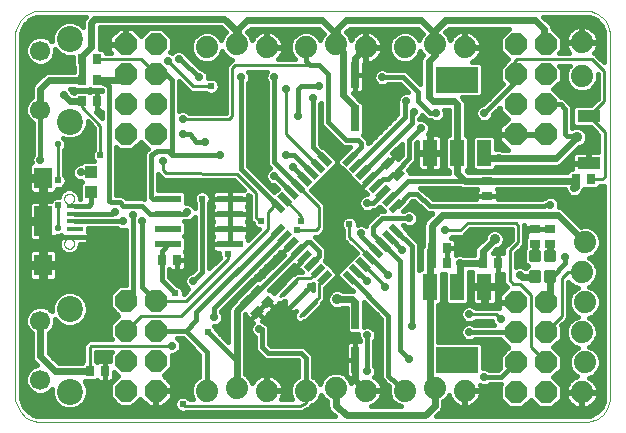
<source format=gtl>
G75*
%MOIN*%
%OFA0B0*%
%FSLAX25Y25*%
%IPPOS*%
%LPD*%
%AMOC8*
5,1,8,0,0,1.08239X$1,22.5*
%
%ADD10C,0.00394*%
%ADD11C,0.07400*%
%ADD12R,0.05000X0.02200*%
%ADD13R,0.02200X0.05000*%
%ADD14R,0.05512X0.01575*%
%ADD15C,0.00000*%
%ADD16R,0.05906X0.07087*%
%ADD17R,0.05906X0.09843*%
%ADD18OC8,0.07400*%
%ADD19C,0.01772*%
%ADD20C,0.01000*%
%ADD21R,0.04800X0.08800*%
%ADD22R,0.14173X0.08661*%
%ADD23R,0.03543X0.02756*%
%ADD24R,0.02756X0.03543*%
%ADD25R,0.08661X0.02362*%
%ADD26C,0.01181*%
%ADD27C,0.08661*%
%ADD28C,0.06693*%
%ADD29R,0.07800X0.04000*%
%ADD30R,0.03937X0.04331*%
%ADD31R,0.02559X0.08661*%
%ADD32C,0.01600*%
%ADD33C,0.02800*%
%ADD34C,0.02400*%
%ADD35C,0.02400*%
%ADD36C,0.03562*%
%ADD37C,0.02200*%
D10*
X0013852Y0009142D02*
X0013224Y0010066D01*
X0012790Y0011090D01*
X0012356Y0012115D01*
X0012115Y0013241D01*
X0012115Y0135651D01*
X0012356Y0136777D01*
X0012790Y0137802D01*
X0013224Y0138826D01*
X0013852Y0139750D01*
X0014628Y0140525D01*
X0015404Y0141301D01*
X0016327Y0141929D01*
X0017352Y0142363D01*
X0018377Y0142798D01*
X0019503Y0143038D01*
X0202967Y0143038D01*
X0204094Y0142798D01*
X0205119Y0142363D01*
X0206143Y0141929D01*
X0207067Y0141301D01*
X0207843Y0140525D01*
X0208619Y0139750D01*
X0209247Y0138826D01*
X0209681Y0137802D01*
X0210115Y0136777D01*
X0210355Y0135651D01*
X0210355Y0013241D01*
X0210115Y0012115D01*
X0209681Y0011090D01*
X0209247Y0010066D01*
X0208619Y0009142D01*
X0207843Y0008366D01*
X0207067Y0007591D01*
X0206143Y0006962D01*
X0205119Y0006528D01*
X0204094Y0006094D01*
X0202967Y0005854D01*
X0019503Y0005854D01*
X0018377Y0006094D01*
X0017352Y0006528D01*
X0016327Y0006962D01*
X0015404Y0007591D01*
X0013852Y0009142D01*
D11*
X0075846Y0016300D03*
X0085846Y0017300D03*
X0095846Y0016300D03*
X0108846Y0016300D03*
X0118846Y0017300D03*
X0128846Y0016300D03*
X0141846Y0016300D03*
X0151846Y0017300D03*
X0161846Y0016300D03*
X0200846Y0015800D03*
X0201846Y0025800D03*
X0200846Y0035800D03*
X0201846Y0045800D03*
X0200846Y0055800D03*
X0201846Y0065800D03*
X0200846Y0121100D03*
X0200846Y0132500D03*
X0161846Y0130800D03*
X0151846Y0131800D03*
X0141846Y0130800D03*
X0128846Y0130800D03*
X0118846Y0131800D03*
X0108846Y0130800D03*
X0095846Y0130800D03*
X0085846Y0131800D03*
X0075846Y0130800D03*
D12*
G36*
X0126047Y0094534D02*
X0122513Y0091000D01*
X0120957Y0092556D01*
X0124491Y0096090D01*
X0126047Y0094534D01*
G37*
G36*
X0128274Y0092307D02*
X0124740Y0088773D01*
X0123184Y0090329D01*
X0126718Y0093863D01*
X0128274Y0092307D01*
G37*
G36*
X0130501Y0090080D02*
X0126967Y0086546D01*
X0125411Y0088102D01*
X0128945Y0091636D01*
X0130501Y0090080D01*
G37*
G36*
X0132728Y0087853D02*
X0129194Y0084319D01*
X0127638Y0085875D01*
X0131172Y0089409D01*
X0132728Y0087853D01*
G37*
G36*
X0134955Y0085626D02*
X0131421Y0082092D01*
X0129865Y0083648D01*
X0133399Y0087182D01*
X0134955Y0085626D01*
G37*
G36*
X0137182Y0083398D02*
X0133648Y0079864D01*
X0132092Y0081420D01*
X0135626Y0084954D01*
X0137182Y0083398D01*
G37*
G36*
X0139409Y0081171D02*
X0135875Y0077637D01*
X0134319Y0079193D01*
X0137853Y0082727D01*
X0139409Y0081171D01*
G37*
G36*
X0141636Y0078944D02*
X0138102Y0075410D01*
X0136546Y0076966D01*
X0140080Y0080500D01*
X0141636Y0078944D01*
G37*
G36*
X0115509Y0057271D02*
X0111975Y0053737D01*
X0110419Y0055293D01*
X0113953Y0058827D01*
X0115509Y0057271D01*
G37*
G36*
X0113282Y0059498D02*
X0109748Y0055964D01*
X0108192Y0057520D01*
X0111726Y0061054D01*
X0113282Y0059498D01*
G37*
G36*
X0111055Y0061725D02*
X0107521Y0058191D01*
X0105965Y0059747D01*
X0109499Y0063281D01*
X0111055Y0061725D01*
G37*
G36*
X0108828Y0063952D02*
X0105294Y0060418D01*
X0103738Y0061974D01*
X0107272Y0065508D01*
X0108828Y0063952D01*
G37*
G36*
X0106601Y0066180D02*
X0103067Y0062646D01*
X0101511Y0064202D01*
X0105045Y0067736D01*
X0106601Y0066180D01*
G37*
G36*
X0104374Y0068407D02*
X0100840Y0064873D01*
X0099284Y0066429D01*
X0102818Y0069963D01*
X0104374Y0068407D01*
G37*
G36*
X0102146Y0070634D02*
X0098612Y0067100D01*
X0097056Y0068656D01*
X0100590Y0072190D01*
X0102146Y0070634D01*
G37*
G36*
X0117736Y0055044D02*
X0114202Y0051510D01*
X0112646Y0053066D01*
X0116180Y0056600D01*
X0117736Y0055044D01*
G37*
D13*
G36*
X0126047Y0053066D02*
X0124491Y0051510D01*
X0120957Y0055044D01*
X0122513Y0056600D01*
X0126047Y0053066D01*
G37*
G36*
X0128274Y0055293D02*
X0126718Y0053737D01*
X0123184Y0057271D01*
X0124740Y0058827D01*
X0128274Y0055293D01*
G37*
G36*
X0130501Y0057520D02*
X0128945Y0055964D01*
X0125411Y0059498D01*
X0126967Y0061054D01*
X0130501Y0057520D01*
G37*
G36*
X0132728Y0059747D02*
X0131172Y0058191D01*
X0127638Y0061725D01*
X0129194Y0063281D01*
X0132728Y0059747D01*
G37*
G36*
X0134955Y0061974D02*
X0133399Y0060418D01*
X0129865Y0063952D01*
X0131421Y0065508D01*
X0134955Y0061974D01*
G37*
G36*
X0137182Y0064202D02*
X0135626Y0062646D01*
X0132092Y0066180D01*
X0133648Y0067736D01*
X0137182Y0064202D01*
G37*
G36*
X0139409Y0066429D02*
X0137853Y0064873D01*
X0134319Y0068407D01*
X0135875Y0069963D01*
X0139409Y0066429D01*
G37*
G36*
X0141636Y0068656D02*
X0140080Y0067100D01*
X0136546Y0070634D01*
X0138102Y0072190D01*
X0141636Y0068656D01*
G37*
G36*
X0113282Y0088102D02*
X0111726Y0086546D01*
X0108192Y0090080D01*
X0109748Y0091636D01*
X0113282Y0088102D01*
G37*
G36*
X0115509Y0090329D02*
X0113953Y0088773D01*
X0110419Y0092307D01*
X0111975Y0093863D01*
X0115509Y0090329D01*
G37*
G36*
X0117736Y0092556D02*
X0116180Y0091000D01*
X0112646Y0094534D01*
X0114202Y0096090D01*
X0117736Y0092556D01*
G37*
G36*
X0111055Y0085875D02*
X0109499Y0084319D01*
X0105965Y0087853D01*
X0107521Y0089409D01*
X0111055Y0085875D01*
G37*
G36*
X0108828Y0083648D02*
X0107272Y0082092D01*
X0103738Y0085626D01*
X0105294Y0087182D01*
X0108828Y0083648D01*
G37*
G36*
X0106601Y0081420D02*
X0105045Y0079864D01*
X0101511Y0083398D01*
X0103067Y0084954D01*
X0106601Y0081420D01*
G37*
G36*
X0104374Y0079193D02*
X0102818Y0077637D01*
X0099284Y0081171D01*
X0100840Y0082727D01*
X0104374Y0079193D01*
G37*
G36*
X0102146Y0076966D02*
X0100590Y0075410D01*
X0097056Y0078944D01*
X0098612Y0080500D01*
X0102146Y0076966D01*
G37*
D14*
X0031976Y0077918D03*
X0031976Y0075359D03*
X0031976Y0072800D03*
X0031976Y0070241D03*
X0031976Y0067682D03*
D15*
X0028335Y0065320D02*
X0028337Y0065401D01*
X0028343Y0065483D01*
X0028353Y0065564D01*
X0028367Y0065644D01*
X0028384Y0065723D01*
X0028406Y0065802D01*
X0028431Y0065879D01*
X0028460Y0065956D01*
X0028493Y0066030D01*
X0028530Y0066103D01*
X0028569Y0066174D01*
X0028613Y0066243D01*
X0028659Y0066310D01*
X0028709Y0066374D01*
X0028762Y0066436D01*
X0028818Y0066496D01*
X0028876Y0066552D01*
X0028938Y0066606D01*
X0029002Y0066657D01*
X0029068Y0066704D01*
X0029136Y0066748D01*
X0029207Y0066789D01*
X0029279Y0066826D01*
X0029354Y0066860D01*
X0029429Y0066890D01*
X0029507Y0066916D01*
X0029585Y0066939D01*
X0029664Y0066957D01*
X0029744Y0066972D01*
X0029825Y0066983D01*
X0029906Y0066990D01*
X0029988Y0066993D01*
X0030069Y0066992D01*
X0030150Y0066987D01*
X0030231Y0066978D01*
X0030312Y0066965D01*
X0030392Y0066948D01*
X0030470Y0066928D01*
X0030548Y0066903D01*
X0030625Y0066875D01*
X0030700Y0066843D01*
X0030773Y0066808D01*
X0030844Y0066769D01*
X0030914Y0066726D01*
X0030981Y0066681D01*
X0031047Y0066632D01*
X0031109Y0066580D01*
X0031169Y0066524D01*
X0031226Y0066466D01*
X0031281Y0066406D01*
X0031332Y0066342D01*
X0031380Y0066277D01*
X0031425Y0066209D01*
X0031467Y0066139D01*
X0031505Y0066067D01*
X0031540Y0065993D01*
X0031571Y0065918D01*
X0031598Y0065841D01*
X0031621Y0065763D01*
X0031641Y0065684D01*
X0031657Y0065604D01*
X0031669Y0065523D01*
X0031677Y0065442D01*
X0031681Y0065361D01*
X0031681Y0065279D01*
X0031677Y0065198D01*
X0031669Y0065117D01*
X0031657Y0065036D01*
X0031641Y0064956D01*
X0031621Y0064877D01*
X0031598Y0064799D01*
X0031571Y0064722D01*
X0031540Y0064647D01*
X0031505Y0064573D01*
X0031467Y0064501D01*
X0031425Y0064431D01*
X0031380Y0064363D01*
X0031332Y0064298D01*
X0031281Y0064234D01*
X0031226Y0064174D01*
X0031169Y0064116D01*
X0031109Y0064060D01*
X0031047Y0064008D01*
X0030981Y0063959D01*
X0030914Y0063914D01*
X0030845Y0063871D01*
X0030773Y0063832D01*
X0030700Y0063797D01*
X0030625Y0063765D01*
X0030548Y0063737D01*
X0030470Y0063712D01*
X0030392Y0063692D01*
X0030312Y0063675D01*
X0030231Y0063662D01*
X0030150Y0063653D01*
X0030069Y0063648D01*
X0029988Y0063647D01*
X0029906Y0063650D01*
X0029825Y0063657D01*
X0029744Y0063668D01*
X0029664Y0063683D01*
X0029585Y0063701D01*
X0029507Y0063724D01*
X0029429Y0063750D01*
X0029354Y0063780D01*
X0029279Y0063814D01*
X0029207Y0063851D01*
X0029136Y0063892D01*
X0029068Y0063936D01*
X0029002Y0063983D01*
X0028938Y0064034D01*
X0028876Y0064088D01*
X0028818Y0064144D01*
X0028762Y0064204D01*
X0028709Y0064266D01*
X0028659Y0064330D01*
X0028613Y0064397D01*
X0028569Y0064466D01*
X0028530Y0064537D01*
X0028493Y0064610D01*
X0028460Y0064684D01*
X0028431Y0064761D01*
X0028406Y0064838D01*
X0028384Y0064917D01*
X0028367Y0064996D01*
X0028353Y0065076D01*
X0028343Y0065157D01*
X0028337Y0065239D01*
X0028335Y0065320D01*
X0028335Y0080280D02*
X0028337Y0080361D01*
X0028343Y0080443D01*
X0028353Y0080524D01*
X0028367Y0080604D01*
X0028384Y0080683D01*
X0028406Y0080762D01*
X0028431Y0080839D01*
X0028460Y0080916D01*
X0028493Y0080990D01*
X0028530Y0081063D01*
X0028569Y0081134D01*
X0028613Y0081203D01*
X0028659Y0081270D01*
X0028709Y0081334D01*
X0028762Y0081396D01*
X0028818Y0081456D01*
X0028876Y0081512D01*
X0028938Y0081566D01*
X0029002Y0081617D01*
X0029068Y0081664D01*
X0029136Y0081708D01*
X0029207Y0081749D01*
X0029279Y0081786D01*
X0029354Y0081820D01*
X0029429Y0081850D01*
X0029507Y0081876D01*
X0029585Y0081899D01*
X0029664Y0081917D01*
X0029744Y0081932D01*
X0029825Y0081943D01*
X0029906Y0081950D01*
X0029988Y0081953D01*
X0030069Y0081952D01*
X0030150Y0081947D01*
X0030231Y0081938D01*
X0030312Y0081925D01*
X0030392Y0081908D01*
X0030470Y0081888D01*
X0030548Y0081863D01*
X0030625Y0081835D01*
X0030700Y0081803D01*
X0030773Y0081768D01*
X0030844Y0081729D01*
X0030914Y0081686D01*
X0030981Y0081641D01*
X0031047Y0081592D01*
X0031109Y0081540D01*
X0031169Y0081484D01*
X0031226Y0081426D01*
X0031281Y0081366D01*
X0031332Y0081302D01*
X0031380Y0081237D01*
X0031425Y0081169D01*
X0031467Y0081099D01*
X0031505Y0081027D01*
X0031540Y0080953D01*
X0031571Y0080878D01*
X0031598Y0080801D01*
X0031621Y0080723D01*
X0031641Y0080644D01*
X0031657Y0080564D01*
X0031669Y0080483D01*
X0031677Y0080402D01*
X0031681Y0080321D01*
X0031681Y0080239D01*
X0031677Y0080158D01*
X0031669Y0080077D01*
X0031657Y0079996D01*
X0031641Y0079916D01*
X0031621Y0079837D01*
X0031598Y0079759D01*
X0031571Y0079682D01*
X0031540Y0079607D01*
X0031505Y0079533D01*
X0031467Y0079461D01*
X0031425Y0079391D01*
X0031380Y0079323D01*
X0031332Y0079258D01*
X0031281Y0079194D01*
X0031226Y0079134D01*
X0031169Y0079076D01*
X0031109Y0079020D01*
X0031047Y0078968D01*
X0030981Y0078919D01*
X0030914Y0078874D01*
X0030845Y0078831D01*
X0030773Y0078792D01*
X0030700Y0078757D01*
X0030625Y0078725D01*
X0030548Y0078697D01*
X0030470Y0078672D01*
X0030392Y0078652D01*
X0030312Y0078635D01*
X0030231Y0078622D01*
X0030150Y0078613D01*
X0030069Y0078608D01*
X0029988Y0078607D01*
X0029906Y0078610D01*
X0029825Y0078617D01*
X0029744Y0078628D01*
X0029664Y0078643D01*
X0029585Y0078661D01*
X0029507Y0078684D01*
X0029429Y0078710D01*
X0029354Y0078740D01*
X0029279Y0078774D01*
X0029207Y0078811D01*
X0029136Y0078852D01*
X0029068Y0078896D01*
X0029002Y0078943D01*
X0028938Y0078994D01*
X0028876Y0079048D01*
X0028818Y0079104D01*
X0028762Y0079164D01*
X0028709Y0079226D01*
X0028659Y0079290D01*
X0028613Y0079357D01*
X0028569Y0079426D01*
X0028530Y0079497D01*
X0028493Y0079570D01*
X0028460Y0079644D01*
X0028431Y0079721D01*
X0028406Y0079798D01*
X0028384Y0079877D01*
X0028367Y0079956D01*
X0028353Y0080036D01*
X0028343Y0080117D01*
X0028337Y0080199D01*
X0028335Y0080280D01*
D16*
X0021346Y0087367D03*
X0021346Y0058233D03*
D17*
X0021346Y0072800D03*
D18*
X0048846Y0046300D03*
X0058846Y0046300D03*
X0058846Y0036300D03*
X0048846Y0036300D03*
X0048846Y0026300D03*
X0058846Y0026300D03*
X0058846Y0016300D03*
X0048846Y0016300D03*
X0048846Y0101800D03*
X0058846Y0101800D03*
X0058846Y0111800D03*
X0048846Y0111800D03*
X0048846Y0121800D03*
X0058846Y0121800D03*
X0058846Y0131800D03*
X0048846Y0131800D03*
X0178846Y0131800D03*
X0188846Y0131800D03*
X0188846Y0121800D03*
X0178846Y0121800D03*
X0178846Y0111800D03*
X0188846Y0111800D03*
X0188846Y0101800D03*
X0178846Y0101800D03*
X0178846Y0045800D03*
X0188846Y0045800D03*
X0188846Y0035800D03*
X0178846Y0035800D03*
X0178846Y0025800D03*
X0188846Y0025800D03*
X0188846Y0015800D03*
X0178846Y0015800D03*
D19*
X0111962Y0045984D02*
X0107912Y0041934D01*
X0104571Y0045275D02*
X0108621Y0049325D01*
X0105281Y0052666D02*
X0101231Y0048616D01*
D20*
X0100427Y0047812D02*
X0103256Y0050641D01*
X0106084Y0053469D01*
X0106415Y0053800D01*
X0110346Y0053800D01*
X0112829Y0056282D01*
X0112964Y0056282D01*
X0115191Y0054055D02*
X0113346Y0052210D01*
X0113346Y0047369D01*
X0112766Y0046788D01*
X0109937Y0043959D01*
X0107109Y0041131D01*
X0103768Y0044472D02*
X0106596Y0047300D01*
X0109425Y0050128D01*
X0125729Y0056282D02*
X0125864Y0056282D01*
X0127956Y0058509D02*
X0135346Y0051119D01*
X0135346Y0050800D01*
X0130183Y0060736D02*
X0123346Y0067573D01*
X0123346Y0071800D01*
X0113346Y0070800D02*
X0112346Y0069800D01*
X0105846Y0069800D01*
X0107346Y0072800D02*
X0107346Y0074664D01*
X0101829Y0080182D01*
X0098052Y0079505D02*
X0098052Y0077505D01*
X0096346Y0075800D01*
X0096346Y0070300D01*
X0067346Y0041300D01*
X0053846Y0041300D01*
X0048846Y0036300D01*
X0037346Y0031300D02*
X0036787Y0030741D01*
X0036787Y0022800D01*
X0037346Y0031300D02*
X0064346Y0031300D01*
X0068846Y0046300D02*
X0058846Y0046300D01*
X0068846Y0046300D02*
X0082846Y0060300D01*
X0082846Y0061800D01*
X0092346Y0073800D02*
X0093846Y0072800D01*
X0092346Y0073800D02*
X0092346Y0082050D01*
X0085846Y0088550D01*
X0062346Y0088800D01*
X0061346Y0089800D01*
X0061346Y0092800D01*
X0067846Y0106800D02*
X0083346Y0106800D01*
X0084346Y0107800D01*
X0084346Y0123800D01*
X0085346Y0124800D01*
X0110346Y0124800D01*
X0102346Y0116800D02*
X0102346Y0101936D01*
X0112964Y0091318D01*
X0106283Y0084637D02*
X0113346Y0077573D01*
X0113346Y0070800D01*
X0139091Y0077955D02*
X0139502Y0077955D01*
X0155346Y0069800D02*
X0160346Y0069800D01*
X0162846Y0072300D01*
X0178846Y0072300D01*
X0179596Y0071300D01*
X0179596Y0065800D01*
X0176846Y0063050D01*
X0176846Y0053050D01*
X0178096Y0051800D01*
X0180346Y0051800D01*
X0183846Y0048300D01*
X0183846Y0030800D01*
X0188846Y0025800D01*
X0188846Y0035800D02*
X0194346Y0041300D01*
X0194346Y0053800D01*
X0196346Y0055800D01*
X0200846Y0055800D01*
X0190894Y0054347D02*
X0190346Y0054347D01*
X0173846Y0040300D02*
X0172346Y0041800D01*
X0163346Y0041800D01*
X0108846Y0016300D02*
X0108846Y0012300D01*
X0107096Y0011300D01*
X0068596Y0011300D01*
X0067846Y0011800D01*
X0026346Y0070600D02*
X0026346Y0078200D01*
X0026346Y0086400D02*
X0026346Y0098400D01*
X0040446Y0094800D02*
X0040446Y0104700D01*
X0034287Y0110859D01*
X0034287Y0112800D01*
X0039406Y0126800D02*
X0053846Y0126800D01*
X0058846Y0121800D01*
X0062846Y0126300D02*
X0071346Y0117800D01*
X0077346Y0117800D01*
X0178346Y0122300D02*
X0178846Y0121800D01*
X0178346Y0122300D02*
X0178346Y0125800D01*
X0179346Y0126800D01*
X0204346Y0126800D01*
X0208346Y0122800D01*
X0208346Y0112900D01*
X0203246Y0107800D01*
X0208546Y0102500D01*
X0208546Y0087600D01*
X0207746Y0086800D01*
X0203906Y0086800D01*
D21*
X0168446Y0095600D03*
X0159346Y0095600D03*
X0150246Y0095600D03*
X0150246Y0051000D03*
X0159346Y0051000D03*
X0168446Y0051000D03*
D22*
X0159346Y0026599D03*
X0159346Y0120001D03*
D23*
X0169346Y0086359D03*
X0169346Y0081241D03*
X0185346Y0070359D03*
X0190346Y0070359D03*
X0190346Y0065241D03*
X0185346Y0065241D03*
D24*
X0172906Y0058800D03*
X0167787Y0058800D03*
X0155906Y0058800D03*
X0150787Y0058800D03*
X0150787Y0063800D03*
X0155906Y0063800D03*
G36*
X0139933Y0090716D02*
X0141882Y0088767D01*
X0139379Y0086264D01*
X0137430Y0088213D01*
X0139933Y0090716D01*
G37*
G36*
X0136314Y0094336D02*
X0138263Y0092387D01*
X0135760Y0089884D01*
X0133811Y0091833D01*
X0136314Y0094336D01*
G37*
X0198787Y0086800D03*
X0203906Y0086800D03*
G36*
X0095879Y0043764D02*
X0093930Y0045713D01*
X0096433Y0048216D01*
X0098382Y0046267D01*
X0095879Y0043764D01*
G37*
G36*
X0092379Y0040264D02*
X0090430Y0042213D01*
X0092933Y0044716D01*
X0094882Y0042767D01*
X0092379Y0040264D01*
G37*
G36*
X0088760Y0043884D02*
X0086811Y0045833D01*
X0089314Y0048336D01*
X0091263Y0046387D01*
X0088760Y0043884D01*
G37*
G36*
X0092260Y0047384D02*
X0090311Y0049333D01*
X0092814Y0051836D01*
X0094763Y0049887D01*
X0092260Y0047384D01*
G37*
X0065906Y0059800D03*
X0060787Y0059800D03*
X0041906Y0022800D03*
X0036787Y0022800D03*
X0034287Y0112800D03*
X0039406Y0112800D03*
X0039406Y0119800D03*
X0034287Y0119800D03*
X0034287Y0126800D03*
X0039406Y0126800D03*
D25*
X0063110Y0080300D03*
X0063110Y0075300D03*
X0063110Y0070300D03*
X0063110Y0065300D03*
X0083583Y0065300D03*
X0083583Y0070300D03*
X0083583Y0075300D03*
X0083583Y0080300D03*
D26*
X0183968Y0059875D02*
X0186724Y0059875D01*
X0183968Y0059875D02*
X0183968Y0062631D01*
X0186724Y0062631D01*
X0186724Y0059875D01*
X0186724Y0061055D02*
X0183968Y0061055D01*
X0183968Y0062235D02*
X0186724Y0062235D01*
X0188968Y0059875D02*
X0191724Y0059875D01*
X0188968Y0059875D02*
X0188968Y0062631D01*
X0191724Y0062631D01*
X0191724Y0059875D01*
X0191724Y0061055D02*
X0188968Y0061055D01*
X0188968Y0062235D02*
X0191724Y0062235D01*
X0191724Y0052969D02*
X0188968Y0052969D01*
X0188968Y0055725D01*
X0191724Y0055725D01*
X0191724Y0052969D01*
X0191724Y0054149D02*
X0188968Y0054149D01*
X0188968Y0055329D02*
X0191724Y0055329D01*
X0186724Y0052969D02*
X0183968Y0052969D01*
X0183968Y0055725D01*
X0186724Y0055725D01*
X0186724Y0052969D01*
X0186724Y0054149D02*
X0183968Y0054149D01*
X0183968Y0055329D02*
X0186724Y0055329D01*
D27*
X0030189Y0043580D03*
X0030189Y0016020D03*
X0030189Y0106020D03*
X0030189Y0133580D03*
D28*
X0020346Y0129643D03*
X0020346Y0109957D03*
X0020346Y0039643D03*
X0020346Y0019957D03*
D29*
X0203246Y0092050D03*
X0203246Y0107800D03*
D30*
X0037346Y0089146D03*
X0037346Y0082454D03*
D31*
X0125309Y0107070D03*
X0125309Y0121637D03*
X0125384Y0041280D03*
X0125384Y0026713D03*
D32*
X0125384Y0020583D01*
X0125263Y0020495D01*
X0124651Y0019883D01*
X0124142Y0019183D01*
X0123955Y0018815D01*
X0123340Y0020302D01*
X0121849Y0021793D01*
X0119901Y0022600D01*
X0117792Y0022600D01*
X0115844Y0021793D01*
X0114353Y0020302D01*
X0113639Y0018578D01*
X0113340Y0019302D01*
X0111849Y0020793D01*
X0111246Y0021043D01*
X0111246Y0027777D01*
X0110881Y0028659D01*
X0109381Y0030159D01*
X0108706Y0030835D01*
X0107824Y0031200D01*
X0097341Y0031200D01*
X0096746Y0031794D01*
X0096746Y0037277D01*
X0096381Y0038159D01*
X0095706Y0038835D01*
X0095447Y0038942D01*
X0095046Y0039343D01*
X0094308Y0039649D01*
X0094903Y0040243D01*
X0092656Y0042490D01*
X0092656Y0042490D01*
X0090130Y0039965D01*
X0092656Y0042490D01*
X0092656Y0042490D01*
X0094903Y0040243D01*
X0096323Y0041664D01*
X0096560Y0042074D01*
X0096563Y0042084D01*
X0096572Y0042086D01*
X0096983Y0042323D01*
X0098403Y0043743D01*
X0096156Y0045990D01*
X0096156Y0045990D01*
X0093630Y0043465D01*
X0096156Y0045990D01*
X0096156Y0045990D01*
X0098403Y0043743D01*
X0099823Y0045164D01*
X0100060Y0045574D01*
X0100097Y0045712D01*
X0101297Y0045712D01*
X0101715Y0046130D01*
X0101725Y0046130D01*
X0102079Y0046276D01*
X0101989Y0046058D01*
X0101885Y0045539D01*
X0101885Y0045010D01*
X0101989Y0044491D01*
X0102191Y0044003D01*
X0102485Y0043563D01*
X0102672Y0043376D01*
X0106596Y0047300D01*
X0106596Y0047300D01*
X0102672Y0043376D01*
X0102859Y0043189D01*
X0103299Y0042895D01*
X0103788Y0042692D01*
X0104307Y0042589D01*
X0104836Y0042589D01*
X0105355Y0042692D01*
X0105573Y0042782D01*
X0105426Y0042429D01*
X0105426Y0042418D01*
X0105009Y0042001D01*
X0105009Y0040261D01*
X0106239Y0039031D01*
X0107979Y0039031D01*
X0108396Y0039448D01*
X0108406Y0039448D01*
X0109320Y0039827D01*
X0114070Y0044576D01*
X0114448Y0045490D01*
X0114448Y0045501D01*
X0115446Y0046499D01*
X0115446Y0050492D01*
X0119337Y0054382D01*
X0119337Y0055708D01*
X0116844Y0058201D01*
X0115333Y0059711D01*
X0115356Y0059734D01*
X0115381Y0059759D01*
X0115746Y0060641D01*
X0115746Y0063277D01*
X0115381Y0064159D01*
X0114706Y0064835D01*
X0111841Y0067700D01*
X0113216Y0067700D01*
X0114216Y0068700D01*
X0115446Y0069930D01*
X0115446Y0078443D01*
X0115326Y0078563D01*
X0114216Y0079673D01*
X0110667Y0083222D01*
X0112655Y0085211D01*
X0114883Y0087438D01*
X0117110Y0089665D01*
X0119337Y0091892D01*
X0119337Y0093218D01*
X0114864Y0097691D01*
X0114440Y0097691D01*
X0113746Y0098384D01*
X0113746Y0111957D01*
X0113890Y0112101D01*
X0113946Y0112238D01*
X0113946Y0105323D01*
X0114312Y0104441D01*
X0120987Y0097765D01*
X0121869Y0097400D01*
X0122824Y0097400D01*
X0123538Y0097400D01*
X0119356Y0093218D01*
X0119356Y0091892D01*
X0121849Y0089399D01*
X0124076Y0087172D01*
X0125920Y0085328D01*
X0125960Y0085179D01*
X0126197Y0084768D01*
X0127142Y0083823D01*
X0130183Y0086864D01*
X0135537Y0092218D01*
X0136037Y0092110D01*
X0138562Y0094635D01*
X0137728Y0095469D01*
X0140946Y0098687D01*
X0140946Y0094794D01*
X0139675Y0093523D01*
X0138562Y0094635D01*
X0136037Y0092110D01*
X0136037Y0092110D01*
X0136842Y0092915D02*
X0136843Y0092915D01*
X0138441Y0094514D02*
X0138441Y0094514D01*
X0138684Y0094514D02*
X0140666Y0094514D01*
X0140946Y0096112D02*
X0138371Y0096112D01*
X0139970Y0097711D02*
X0140946Y0097711D01*
X0143346Y0099800D02*
X0147346Y0103800D01*
X0149589Y0101800D02*
X0149890Y0102101D01*
X0150346Y0103203D01*
X0150346Y0104397D01*
X0149890Y0105499D01*
X0149046Y0106343D01*
X0147943Y0106800D01*
X0146750Y0106800D01*
X0146746Y0106799D01*
X0146746Y0106957D01*
X0147390Y0107601D01*
X0147613Y0108139D01*
X0148987Y0106765D01*
X0149869Y0106400D01*
X0150504Y0106400D01*
X0150647Y0106257D01*
X0151750Y0105800D01*
X0152943Y0105800D01*
X0154046Y0106257D01*
X0154890Y0107101D01*
X0155346Y0108203D01*
X0155346Y0109397D01*
X0155097Y0110000D01*
X0156546Y0110000D01*
X0156546Y0101600D01*
X0156284Y0101600D01*
X0155346Y0100663D01*
X0155346Y0090537D01*
X0156284Y0089600D01*
X0156546Y0089600D01*
X0156546Y0088759D01*
X0143483Y0088759D01*
X0143483Y0089432D01*
X0142928Y0089987D01*
X0144706Y0091765D01*
X0145381Y0092441D01*
X0145746Y0093323D01*
X0145746Y0098806D01*
X0146046Y0099106D01*
X0146046Y0096000D01*
X0149846Y0096000D01*
X0149846Y0095200D01*
X0146046Y0095200D01*
X0146046Y0090963D01*
X0146169Y0090505D01*
X0146406Y0090095D01*
X0146741Y0089760D01*
X0147152Y0089523D01*
X0147609Y0089400D01*
X0149846Y0089400D01*
X0149846Y0095200D01*
X0150646Y0095200D01*
X0150646Y0089400D01*
X0152883Y0089400D01*
X0153341Y0089523D01*
X0153752Y0089760D01*
X0154087Y0090095D01*
X0154324Y0090505D01*
X0154446Y0090963D01*
X0154446Y0095200D01*
X0150647Y0095200D01*
X0150647Y0096000D01*
X0154446Y0096000D01*
X0154446Y0100237D01*
X0154324Y0100695D01*
X0154087Y0101105D01*
X0153752Y0101440D01*
X0153341Y0101677D01*
X0152883Y0101800D01*
X0150646Y0101800D01*
X0150646Y0096000D01*
X0149846Y0096000D01*
X0149846Y0101800D01*
X0149589Y0101800D01*
X0150058Y0102506D02*
X0156546Y0102506D01*
X0155591Y0100908D02*
X0154201Y0100908D01*
X0154446Y0099309D02*
X0155346Y0099309D01*
X0155346Y0097711D02*
X0154446Y0097711D01*
X0154446Y0096112D02*
X0155346Y0096112D01*
X0155346Y0094514D02*
X0154446Y0094514D01*
X0154446Y0092915D02*
X0155346Y0092915D01*
X0155346Y0091317D02*
X0154446Y0091317D01*
X0153680Y0089718D02*
X0156166Y0089718D01*
X0150646Y0089718D02*
X0149846Y0089718D01*
X0149846Y0091317D02*
X0150646Y0091317D01*
X0150646Y0092915D02*
X0149846Y0092915D01*
X0149846Y0094514D02*
X0150646Y0094514D01*
X0150646Y0096112D02*
X0149846Y0096112D01*
X0149846Y0097711D02*
X0150646Y0097711D01*
X0150646Y0099309D02*
X0149846Y0099309D01*
X0149846Y0100908D02*
X0150646Y0100908D01*
X0146046Y0097711D02*
X0145746Y0097711D01*
X0145746Y0096112D02*
X0146046Y0096112D01*
X0146046Y0094514D02*
X0145746Y0094514D01*
X0145578Y0092915D02*
X0146046Y0092915D01*
X0146046Y0091317D02*
X0144257Y0091317D01*
X0143197Y0089718D02*
X0146813Y0089718D01*
X0143346Y0093800D02*
X0143346Y0099800D01*
X0144346Y0105481D02*
X0144346Y0108300D01*
X0144846Y0109300D01*
X0147091Y0107302D02*
X0148451Y0107302D01*
X0149686Y0105703D02*
X0156546Y0105703D01*
X0156546Y0104105D02*
X0150346Y0104105D01*
X0154973Y0107302D02*
X0156546Y0107302D01*
X0156546Y0108900D02*
X0155346Y0108900D01*
X0152346Y0108800D02*
X0150346Y0108800D01*
X0146346Y0112800D01*
X0146346Y0115800D01*
X0141346Y0120800D01*
X0134346Y0120800D01*
X0131467Y0121688D02*
X0128389Y0121688D01*
X0128389Y0121637D02*
X0125309Y0121637D01*
X0125309Y0121637D01*
X0128389Y0121637D01*
X0128389Y0125304D01*
X0128414Y0125300D01*
X0128646Y0125300D01*
X0128646Y0130600D01*
X0129046Y0130600D01*
X0129046Y0125300D01*
X0129279Y0125300D01*
X0130134Y0125435D01*
X0130958Y0125703D01*
X0131729Y0126096D01*
X0132429Y0126605D01*
X0133042Y0127217D01*
X0133550Y0127917D01*
X0133943Y0128689D01*
X0134211Y0129512D01*
X0134346Y0130367D01*
X0134346Y0130600D01*
X0129047Y0130600D01*
X0129047Y0131000D01*
X0134346Y0131000D01*
X0134346Y0131233D01*
X0134211Y0132088D01*
X0133943Y0132911D01*
X0133550Y0133683D01*
X0133042Y0134383D01*
X0132429Y0134995D01*
X0131729Y0135504D01*
X0130958Y0135897D01*
X0130134Y0136165D01*
X0129279Y0136300D01*
X0129046Y0136300D01*
X0129046Y0131000D01*
X0128646Y0131000D01*
X0128646Y0136300D01*
X0128414Y0136300D01*
X0127559Y0136165D01*
X0126735Y0135897D01*
X0125964Y0135504D01*
X0125263Y0134995D01*
X0124651Y0134383D01*
X0124142Y0133683D01*
X0123955Y0133315D01*
X0123340Y0134802D01*
X0122324Y0135818D01*
X0123506Y0137000D01*
X0146187Y0137000D01*
X0147869Y0135318D01*
X0147353Y0134802D01*
X0146639Y0133078D01*
X0146340Y0133802D01*
X0144849Y0135293D01*
X0142901Y0136100D01*
X0140792Y0136100D01*
X0138844Y0135293D01*
X0137353Y0133802D01*
X0136546Y0131854D01*
X0136546Y0129746D01*
X0137353Y0127798D01*
X0138844Y0126307D01*
X0140792Y0125500D01*
X0142901Y0125500D01*
X0144849Y0126307D01*
X0146340Y0127798D01*
X0147054Y0129522D01*
X0147353Y0128798D01*
X0147869Y0128282D01*
X0147473Y0127886D01*
X0147046Y0126857D01*
X0147046Y0118494D01*
X0142706Y0122835D01*
X0141824Y0123200D01*
X0136189Y0123200D01*
X0136046Y0123343D01*
X0134943Y0123800D01*
X0133750Y0123800D01*
X0132647Y0123343D01*
X0131803Y0122499D01*
X0131346Y0121397D01*
X0131346Y0120203D01*
X0131803Y0119101D01*
X0132647Y0118257D01*
X0133750Y0117800D01*
X0134943Y0117800D01*
X0136046Y0118257D01*
X0136189Y0118400D01*
X0140352Y0118400D01*
X0142959Y0115793D01*
X0142943Y0115800D01*
X0141750Y0115800D01*
X0140647Y0115343D01*
X0139803Y0114499D01*
X0139346Y0113397D01*
X0139346Y0112203D01*
X0139446Y0111962D01*
X0139446Y0108430D01*
X0129746Y0098730D01*
X0129746Y0099277D01*
X0129381Y0100159D01*
X0128706Y0100835D01*
X0127826Y0101714D01*
X0128189Y0102076D01*
X0128189Y0112063D01*
X0127251Y0113000D01*
X0127106Y0113000D01*
X0126895Y0113211D01*
X0124600Y0115506D01*
X0125309Y0115506D01*
X0125309Y0121636D01*
X0125309Y0115506D01*
X0126826Y0115506D01*
X0127283Y0115629D01*
X0127694Y0115866D01*
X0128029Y0116201D01*
X0128266Y0116611D01*
X0128389Y0117069D01*
X0128389Y0121637D01*
X0128389Y0120090D02*
X0131393Y0120090D01*
X0132412Y0118491D02*
X0128389Y0118491D01*
X0128341Y0116893D02*
X0141860Y0116893D01*
X0140598Y0115294D02*
X0124812Y0115294D01*
X0125309Y0116893D02*
X0125309Y0116893D01*
X0125309Y0118491D02*
X0125309Y0118491D01*
X0125309Y0120090D02*
X0125309Y0120090D01*
X0125309Y0121636D02*
X0125309Y0121636D01*
X0128389Y0123287D02*
X0132591Y0123287D01*
X0132263Y0126484D02*
X0138667Y0126484D01*
X0137235Y0128082D02*
X0133635Y0128082D01*
X0134238Y0129681D02*
X0136573Y0129681D01*
X0136546Y0131279D02*
X0134339Y0131279D01*
X0133954Y0132878D02*
X0136970Y0132878D01*
X0138028Y0134476D02*
X0132948Y0134476D01*
X0130410Y0136075D02*
X0140732Y0136075D01*
X0142961Y0136075D02*
X0147112Y0136075D01*
X0147218Y0134476D02*
X0145665Y0134476D01*
X0146457Y0128082D02*
X0147669Y0128082D01*
X0147046Y0126484D02*
X0145026Y0126484D01*
X0147046Y0124885D02*
X0128389Y0124885D01*
X0128646Y0126484D02*
X0129046Y0126484D01*
X0129046Y0128082D02*
X0128646Y0128082D01*
X0128646Y0129681D02*
X0129046Y0129681D01*
X0129046Y0131279D02*
X0128646Y0131279D01*
X0128646Y0132878D02*
X0129046Y0132878D01*
X0129046Y0134476D02*
X0128646Y0134476D01*
X0128646Y0136075D02*
X0129046Y0136075D01*
X0127283Y0136075D02*
X0122581Y0136075D01*
X0123475Y0134476D02*
X0124745Y0134476D01*
X0114869Y0135318D02*
X0114353Y0134802D01*
X0113639Y0133078D01*
X0113340Y0133802D01*
X0111849Y0135293D01*
X0109901Y0136100D01*
X0107792Y0136100D01*
X0105844Y0135293D01*
X0104353Y0133802D01*
X0103546Y0131854D01*
X0103546Y0129746D01*
X0104353Y0127798D01*
X0105251Y0126900D01*
X0099725Y0126900D01*
X0100042Y0127217D01*
X0100550Y0127917D01*
X0100943Y0128689D01*
X0101211Y0129512D01*
X0101346Y0130367D01*
X0101346Y0130600D01*
X0096047Y0130600D01*
X0096047Y0131000D01*
X0101346Y0131000D01*
X0101346Y0131233D01*
X0101211Y0132088D01*
X0100943Y0132911D01*
X0100550Y0133683D01*
X0100042Y0134383D01*
X0099429Y0134995D01*
X0098729Y0135504D01*
X0097958Y0135897D01*
X0097134Y0136165D01*
X0096279Y0136300D01*
X0096046Y0136300D01*
X0096046Y0131000D01*
X0095646Y0131000D01*
X0095646Y0136300D01*
X0095414Y0136300D01*
X0094559Y0136165D01*
X0093735Y0135897D01*
X0092964Y0135504D01*
X0092263Y0134995D01*
X0091651Y0134383D01*
X0091142Y0133683D01*
X0090955Y0133315D01*
X0090340Y0134802D01*
X0089324Y0135818D01*
X0090506Y0137000D01*
X0113187Y0137000D01*
X0114869Y0135318D01*
X0114218Y0134476D02*
X0112665Y0134476D01*
X0114112Y0136075D02*
X0109961Y0136075D01*
X0107732Y0136075D02*
X0097410Y0136075D01*
X0096046Y0136075D02*
X0095646Y0136075D01*
X0094283Y0136075D02*
X0089581Y0136075D01*
X0090475Y0134476D02*
X0091745Y0134476D01*
X0095646Y0134476D02*
X0096046Y0134476D01*
X0096046Y0132878D02*
X0095646Y0132878D01*
X0095646Y0131279D02*
X0096046Y0131279D01*
X0099948Y0134476D02*
X0105028Y0134476D01*
X0103970Y0132878D02*
X0100954Y0132878D01*
X0101339Y0131279D02*
X0103546Y0131279D01*
X0103573Y0129681D02*
X0101238Y0129681D01*
X0100635Y0128082D02*
X0104235Y0128082D01*
X0108846Y0126300D02*
X0108846Y0130800D01*
X0108846Y0126300D02*
X0110346Y0124800D01*
X0113346Y0124800D01*
X0116346Y0121800D01*
X0116346Y0105800D01*
X0122346Y0099800D01*
X0126346Y0099800D01*
X0127346Y0098800D01*
X0127346Y0097390D01*
X0123502Y0093545D01*
X0120652Y0094514D02*
X0118041Y0094514D01*
X0119337Y0092915D02*
X0119356Y0092915D01*
X0119932Y0091317D02*
X0118761Y0091317D01*
X0117163Y0089718D02*
X0121530Y0089718D01*
X0123129Y0088120D02*
X0115564Y0088120D01*
X0113966Y0086521D02*
X0124727Y0086521D01*
X0127956Y0089091D02*
X0144346Y0105481D01*
X0141846Y0107436D02*
X0141846Y0112300D01*
X0141848Y0112344D01*
X0141854Y0112387D01*
X0141863Y0112429D01*
X0141876Y0112471D01*
X0141893Y0112511D01*
X0141913Y0112550D01*
X0141936Y0112587D01*
X0141963Y0112621D01*
X0141992Y0112654D01*
X0142025Y0112683D01*
X0142059Y0112710D01*
X0142096Y0112733D01*
X0142135Y0112753D01*
X0142175Y0112770D01*
X0142217Y0112783D01*
X0142259Y0112792D01*
X0142302Y0112798D01*
X0142346Y0112800D01*
X0139470Y0113696D02*
X0126410Y0113696D01*
X0128154Y0112097D02*
X0139390Y0112097D01*
X0139446Y0110499D02*
X0128189Y0110499D01*
X0128189Y0108900D02*
X0139446Y0108900D01*
X0138319Y0107302D02*
X0128189Y0107302D01*
X0128189Y0105703D02*
X0136720Y0105703D01*
X0135122Y0104105D02*
X0128189Y0104105D01*
X0128189Y0102506D02*
X0133523Y0102506D01*
X0131925Y0100908D02*
X0128633Y0100908D01*
X0129733Y0099309D02*
X0130326Y0099309D01*
X0122251Y0096112D02*
X0116442Y0096112D01*
X0114420Y0097711D02*
X0121119Y0097711D01*
X0119443Y0099309D02*
X0113746Y0099309D01*
X0113746Y0100908D02*
X0117845Y0100908D01*
X0116246Y0102506D02*
X0113746Y0102506D01*
X0113746Y0104105D02*
X0114648Y0104105D01*
X0113946Y0105703D02*
X0113746Y0105703D01*
X0113746Y0107302D02*
X0113946Y0107302D01*
X0113946Y0108900D02*
X0113746Y0108900D01*
X0113746Y0110499D02*
X0113946Y0110499D01*
X0113946Y0112097D02*
X0113886Y0112097D01*
X0111346Y0113800D02*
X0111346Y0097390D01*
X0115191Y0093545D01*
X0110737Y0089091D02*
X0105028Y0094800D01*
X0102346Y0094800D01*
X0098346Y0092573D02*
X0106283Y0084637D01*
X0104056Y0082409D02*
X0098665Y0087800D01*
X0098346Y0087800D01*
X0095629Y0086521D02*
X0094430Y0086521D01*
X0095346Y0087203D02*
X0095803Y0086101D01*
X0096647Y0085257D01*
X0097750Y0084800D01*
X0098271Y0084800D01*
X0099460Y0083612D01*
X0098399Y0082551D01*
X0089746Y0091204D01*
X0089746Y0118957D01*
X0089890Y0119101D01*
X0090346Y0120203D01*
X0090346Y0121397D01*
X0089890Y0122499D01*
X0089689Y0122700D01*
X0096004Y0122700D01*
X0095803Y0122499D01*
X0095346Y0121397D01*
X0095346Y0120203D01*
X0095803Y0119101D01*
X0095946Y0118957D01*
X0095946Y0092095D01*
X0096312Y0091213D01*
X0097025Y0090500D01*
X0096647Y0090343D01*
X0095803Y0089499D01*
X0095346Y0088397D01*
X0095346Y0087203D01*
X0095346Y0088120D02*
X0092831Y0088120D01*
X0091233Y0089718D02*
X0096022Y0089718D01*
X0096269Y0091317D02*
X0089746Y0091317D01*
X0089746Y0092915D02*
X0095946Y0092915D01*
X0095946Y0094514D02*
X0089746Y0094514D01*
X0089746Y0096112D02*
X0095946Y0096112D01*
X0095946Y0097711D02*
X0089746Y0097711D01*
X0089746Y0099309D02*
X0095946Y0099309D01*
X0095946Y0100908D02*
X0089746Y0100908D01*
X0089746Y0102506D02*
X0095946Y0102506D01*
X0095946Y0104105D02*
X0089746Y0104105D01*
X0089746Y0105703D02*
X0095946Y0105703D01*
X0095946Y0107302D02*
X0089746Y0107302D01*
X0089746Y0108900D02*
X0095946Y0108900D01*
X0095946Y0110499D02*
X0089746Y0110499D01*
X0089746Y0112097D02*
X0095946Y0112097D01*
X0095946Y0113696D02*
X0089746Y0113696D01*
X0089746Y0115294D02*
X0095946Y0115294D01*
X0095946Y0116893D02*
X0089746Y0116893D01*
X0089746Y0118491D02*
X0095946Y0118491D01*
X0095393Y0120090D02*
X0090299Y0120090D01*
X0090226Y0121688D02*
X0095467Y0121688D01*
X0098346Y0120800D02*
X0098346Y0092573D01*
X0104596Y0090800D02*
X0105574Y0089800D01*
X0108510Y0086864D01*
X0112367Y0084923D02*
X0126108Y0084923D01*
X0127142Y0083823D02*
X0128088Y0082878D01*
X0128498Y0082641D01*
X0128648Y0082601D01*
X0129448Y0081800D01*
X0128750Y0081800D01*
X0127647Y0081343D01*
X0126803Y0080499D01*
X0126346Y0079397D01*
X0126346Y0078203D01*
X0126803Y0077101D01*
X0127647Y0076257D01*
X0128750Y0075800D01*
X0129943Y0075800D01*
X0131046Y0076257D01*
X0131189Y0076400D01*
X0131824Y0076400D01*
X0132706Y0076765D01*
X0133381Y0077441D01*
X0133594Y0077654D01*
X0135048Y0076200D01*
X0133869Y0076200D01*
X0132987Y0075835D01*
X0132312Y0075159D01*
X0129312Y0072159D01*
X0128984Y0071369D01*
X0127943Y0071800D01*
X0126750Y0071800D01*
X0126146Y0071550D01*
X0126146Y0072357D01*
X0125720Y0073386D01*
X0124933Y0074174D01*
X0123903Y0074600D01*
X0122789Y0074600D01*
X0121760Y0074174D01*
X0120973Y0073386D01*
X0120546Y0072357D01*
X0120546Y0071243D01*
X0120973Y0070214D01*
X0121246Y0069940D01*
X0121246Y0066703D01*
X0121364Y0066586D01*
X0125799Y0062151D01*
X0123810Y0060162D01*
X0121583Y0057935D01*
X0119356Y0055708D01*
X0119356Y0054382D01*
X0123829Y0049909D01*
X0124270Y0049909D01*
X0124582Y0049600D01*
X0121328Y0049600D01*
X0121262Y0049666D01*
X0120019Y0050181D01*
X0118674Y0050181D01*
X0117431Y0049666D01*
X0116480Y0048715D01*
X0115965Y0047473D01*
X0115965Y0046127D01*
X0116480Y0044885D01*
X0117431Y0043934D01*
X0118674Y0043419D01*
X0120019Y0043419D01*
X0121262Y0043934D01*
X0121328Y0044000D01*
X0122504Y0044000D01*
X0122504Y0036287D01*
X0123442Y0035350D01*
X0126346Y0035350D01*
X0126346Y0034203D01*
X0126803Y0033101D01*
X0126946Y0032957D01*
X0126946Y0032832D01*
X0126900Y0032844D01*
X0125384Y0032844D01*
X0125384Y0026714D01*
X0125384Y0026714D01*
X0125384Y0032844D01*
X0123867Y0032844D01*
X0123410Y0032721D01*
X0122999Y0032484D01*
X0122664Y0032149D01*
X0122427Y0031739D01*
X0122304Y0031281D01*
X0122304Y0026713D01*
X0122304Y0022146D01*
X0122427Y0021688D01*
X0122664Y0021277D01*
X0122999Y0020942D01*
X0123410Y0020705D01*
X0123867Y0020583D01*
X0125384Y0020583D01*
X0125384Y0026713D01*
X0125384Y0026713D01*
X0122304Y0026713D01*
X0125384Y0026713D01*
X0125384Y0026713D01*
X0125384Y0027376D02*
X0125384Y0027376D01*
X0125384Y0025778D02*
X0125384Y0025778D01*
X0125384Y0024179D02*
X0125384Y0024179D01*
X0125384Y0022581D02*
X0125384Y0022581D01*
X0125384Y0020982D02*
X0125384Y0020982D01*
X0124288Y0019384D02*
X0123720Y0019384D01*
X0122959Y0020982D02*
X0122660Y0020982D01*
X0122304Y0022581D02*
X0119947Y0022581D01*
X0122304Y0024179D02*
X0111246Y0024179D01*
X0111246Y0022581D02*
X0117746Y0022581D01*
X0115033Y0020982D02*
X0111392Y0020982D01*
X0113258Y0019384D02*
X0113973Y0019384D01*
X0114054Y0015022D02*
X0114353Y0014298D01*
X0115844Y0012807D01*
X0116046Y0012723D01*
X0116046Y0011697D01*
X0116002Y0011544D01*
X0116046Y0011145D01*
X0116046Y0010743D01*
X0116107Y0010596D01*
X0116125Y0010437D01*
X0116319Y0010085D01*
X0116473Y0009714D01*
X0116585Y0009601D01*
X0116662Y0009461D01*
X0116976Y0009210D01*
X0117260Y0008926D01*
X0117408Y0008865D01*
X0118676Y0007851D01*
X0019713Y0007851D01*
X0018980Y0008007D01*
X0018109Y0008376D01*
X0017287Y0008724D01*
X0016682Y0009136D01*
X0015397Y0010421D01*
X0014986Y0011026D01*
X0014951Y0011108D01*
X0014709Y0011680D01*
X0014306Y0012631D01*
X0014306Y0012631D01*
X0014269Y0012718D01*
X0014112Y0013452D01*
X0014112Y0135440D01*
X0014269Y0136173D01*
X0014306Y0136261D01*
X0014372Y0136418D01*
X0014951Y0137784D01*
X0014951Y0137784D01*
X0014986Y0137866D01*
X0015397Y0138471D01*
X0015455Y0138528D01*
X0016121Y0139194D01*
X0016625Y0139698D01*
X0016682Y0139756D01*
X0017287Y0140167D01*
X0018001Y0140470D01*
X0018980Y0140884D01*
X0019713Y0141041D01*
X0035575Y0141041D01*
X0035284Y0140698D01*
X0034973Y0140386D01*
X0034927Y0140275D01*
X0034849Y0140183D01*
X0034715Y0139764D01*
X0034546Y0139357D01*
X0034546Y0139237D01*
X0034510Y0139123D01*
X0034546Y0138684D01*
X0034546Y0137609D01*
X0033548Y0138607D01*
X0031369Y0139510D01*
X0029009Y0139510D01*
X0026829Y0138607D01*
X0025161Y0136939D01*
X0024258Y0134759D01*
X0024258Y0132726D01*
X0023148Y0133836D01*
X0021330Y0134589D01*
X0019363Y0134589D01*
X0017545Y0133836D01*
X0016153Y0132444D01*
X0015400Y0130626D01*
X0015400Y0128659D01*
X0016153Y0126841D01*
X0017545Y0125449D01*
X0019363Y0124696D01*
X0021330Y0124696D01*
X0023148Y0125449D01*
X0024540Y0126841D01*
X0025293Y0128659D01*
X0025293Y0130088D01*
X0026829Y0128552D01*
X0029009Y0127649D01*
X0031309Y0127649D01*
X0031309Y0124366D01*
X0031487Y0124188D01*
X0031487Y0122600D01*
X0022789Y0122600D01*
X0021760Y0122174D01*
X0018760Y0119174D01*
X0017973Y0118386D01*
X0017546Y0117357D01*
X0017546Y0114152D01*
X0017545Y0114151D01*
X0016153Y0112759D01*
X0015400Y0110941D01*
X0015400Y0108974D01*
X0016153Y0107156D01*
X0017545Y0105764D01*
X0017946Y0105598D01*
X0017946Y0095143D01*
X0017803Y0094999D01*
X0017346Y0093897D01*
X0017346Y0092703D01*
X0017453Y0092446D01*
X0017288Y0092351D01*
X0016953Y0092015D01*
X0016716Y0091605D01*
X0016594Y0091147D01*
X0016594Y0088043D01*
X0020670Y0088043D01*
X0020670Y0086691D01*
X0016594Y0086691D01*
X0016594Y0083587D01*
X0016716Y0083129D01*
X0016953Y0082718D01*
X0017288Y0082383D01*
X0017699Y0082146D01*
X0018157Y0082024D01*
X0020670Y0082024D01*
X0020670Y0086690D01*
X0022023Y0086690D01*
X0022023Y0082024D01*
X0024536Y0082024D01*
X0024994Y0082146D01*
X0025404Y0082383D01*
X0025740Y0082718D01*
X0025977Y0083129D01*
X0026099Y0083587D01*
X0026099Y0083600D01*
X0026903Y0083600D01*
X0027933Y0084026D01*
X0028720Y0084814D01*
X0029146Y0085843D01*
X0029146Y0086957D01*
X0028720Y0087986D01*
X0028446Y0088260D01*
X0028446Y0096682D01*
X0028635Y0096871D01*
X0029046Y0097863D01*
X0029046Y0098937D01*
X0028635Y0099929D01*
X0028097Y0100468D01*
X0029009Y0100090D01*
X0031369Y0100090D01*
X0033548Y0100993D01*
X0035217Y0102661D01*
X0036120Y0104841D01*
X0036120Y0106057D01*
X0038346Y0103830D01*
X0038346Y0096660D01*
X0038073Y0096386D01*
X0037646Y0095357D01*
X0037646Y0094243D01*
X0038073Y0093214D01*
X0038375Y0092912D01*
X0034715Y0092912D01*
X0033903Y0092100D01*
X0033250Y0092100D01*
X0032147Y0091643D01*
X0031303Y0090799D01*
X0030846Y0089697D01*
X0030846Y0088503D01*
X0031303Y0087401D01*
X0032147Y0086557D01*
X0033250Y0086100D01*
X0033996Y0086100D01*
X0034296Y0085800D01*
X0033778Y0085282D01*
X0033778Y0080318D01*
X0033481Y0080318D01*
X0033481Y0080971D01*
X0032952Y0082248D01*
X0031975Y0083225D01*
X0030699Y0083754D01*
X0029317Y0083754D01*
X0028040Y0083225D01*
X0027063Y0082248D01*
X0026547Y0081000D01*
X0025789Y0081000D01*
X0024760Y0080574D01*
X0023973Y0079786D01*
X0023863Y0079521D01*
X0022023Y0079521D01*
X0022023Y0073476D01*
X0020670Y0073476D01*
X0020670Y0072124D01*
X0016594Y0072124D01*
X0016594Y0067642D01*
X0016716Y0067184D01*
X0016953Y0066774D01*
X0017288Y0066438D01*
X0017699Y0066201D01*
X0018157Y0066079D01*
X0020670Y0066079D01*
X0020670Y0072124D01*
X0022023Y0072124D01*
X0022023Y0066079D01*
X0024536Y0066079D01*
X0024994Y0066201D01*
X0025404Y0066438D01*
X0025740Y0066774D01*
X0025977Y0067184D01*
X0026099Y0067642D01*
X0026099Y0067900D01*
X0026884Y0067900D01*
X0027420Y0068122D01*
X0027420Y0067682D01*
X0027458Y0067682D01*
X0027420Y0067682D01*
X0027420Y0067644D01*
X0027063Y0067287D01*
X0026535Y0066011D01*
X0026535Y0064629D01*
X0027063Y0063352D01*
X0028040Y0062375D01*
X0029317Y0061846D01*
X0030699Y0061846D01*
X0031975Y0062375D01*
X0032952Y0063352D01*
X0033481Y0064629D01*
X0033481Y0065094D01*
X0034969Y0065094D01*
X0035427Y0065217D01*
X0035838Y0065454D01*
X0036173Y0065789D01*
X0036410Y0066200D01*
X0036532Y0066658D01*
X0036532Y0067682D01*
X0036532Y0068706D01*
X0036410Y0069164D01*
X0036332Y0069298D01*
X0036332Y0070400D01*
X0046004Y0070400D01*
X0046147Y0070257D01*
X0047250Y0069800D01*
X0048443Y0069800D01*
X0048946Y0070008D01*
X0048946Y0051600D01*
X0046651Y0051600D01*
X0043546Y0048495D01*
X0043546Y0044105D01*
X0046351Y0041300D01*
X0043546Y0038495D01*
X0043546Y0034105D01*
X0044251Y0033400D01*
X0036477Y0033400D01*
X0035246Y0032170D01*
X0034687Y0031611D01*
X0034687Y0026112D01*
X0034175Y0025600D01*
X0026506Y0025600D01*
X0023146Y0028960D01*
X0023146Y0035448D01*
X0023148Y0035449D01*
X0024540Y0036841D01*
X0025293Y0038659D01*
X0025293Y0040088D01*
X0026829Y0038552D01*
X0029009Y0037649D01*
X0031369Y0037649D01*
X0033548Y0038552D01*
X0035217Y0040220D01*
X0036120Y0042400D01*
X0036120Y0044759D01*
X0035217Y0046939D01*
X0033548Y0048607D01*
X0031369Y0049510D01*
X0029009Y0049510D01*
X0026829Y0048607D01*
X0025161Y0046939D01*
X0024258Y0044759D01*
X0024258Y0042726D01*
X0023148Y0043836D01*
X0021330Y0044589D01*
X0019363Y0044589D01*
X0017545Y0043836D01*
X0016153Y0042444D01*
X0015400Y0040626D01*
X0015400Y0038659D01*
X0016153Y0036841D01*
X0017545Y0035449D01*
X0017546Y0035448D01*
X0017546Y0027243D01*
X0017973Y0026214D01*
X0019306Y0024881D01*
X0017545Y0024151D01*
X0016153Y0022759D01*
X0015400Y0020941D01*
X0015400Y0018974D01*
X0016153Y0017156D01*
X0017545Y0015764D01*
X0019363Y0015011D01*
X0021330Y0015011D01*
X0023148Y0015764D01*
X0024258Y0016874D01*
X0024258Y0014841D01*
X0025161Y0012661D01*
X0026829Y0010993D01*
X0029009Y0010090D01*
X0031369Y0010090D01*
X0033548Y0010993D01*
X0035217Y0012661D01*
X0036120Y0014841D01*
X0036120Y0017200D01*
X0035217Y0019380D01*
X0035168Y0019428D01*
X0038828Y0019428D01*
X0039205Y0019805D01*
X0039422Y0019588D01*
X0039833Y0019351D01*
X0040291Y0019228D01*
X0041905Y0019228D01*
X0041905Y0022800D01*
X0041905Y0026372D01*
X0040291Y0026372D01*
X0039833Y0026249D01*
X0039422Y0026012D01*
X0039205Y0025795D01*
X0038887Y0026112D01*
X0038887Y0029200D01*
X0044251Y0029200D01*
X0043546Y0028495D01*
X0043546Y0026365D01*
X0043520Y0026372D01*
X0041906Y0026372D01*
X0041906Y0022800D01*
X0041905Y0022800D01*
X0041906Y0022800D01*
X0041906Y0019228D01*
X0043520Y0019228D01*
X0043978Y0019351D01*
X0044389Y0019588D01*
X0044724Y0019923D01*
X0044961Y0020334D01*
X0045083Y0020791D01*
X0045083Y0022568D01*
X0046351Y0021300D01*
X0043546Y0018495D01*
X0043546Y0014105D01*
X0046651Y0011000D01*
X0051042Y0011000D01*
X0053705Y0013663D01*
X0056568Y0010800D01*
X0058646Y0010800D01*
X0058646Y0016100D01*
X0059046Y0016100D01*
X0059046Y0010800D01*
X0061125Y0010800D01*
X0064346Y0014022D01*
X0064346Y0016100D01*
X0059047Y0016100D01*
X0059047Y0016500D01*
X0064346Y0016500D01*
X0064346Y0018578D01*
X0061483Y0021441D01*
X0064146Y0024105D01*
X0064146Y0028300D01*
X0064943Y0028300D01*
X0066046Y0028757D01*
X0066890Y0029601D01*
X0067346Y0030703D01*
X0067346Y0031897D01*
X0066890Y0032999D01*
X0066046Y0033843D01*
X0065909Y0033900D01*
X0067852Y0033900D01*
X0073446Y0028306D01*
X0073446Y0021043D01*
X0072844Y0020793D01*
X0071353Y0019302D01*
X0070546Y0017354D01*
X0070546Y0015246D01*
X0071311Y0013400D01*
X0070206Y0013400D01*
X0069433Y0014174D01*
X0068403Y0014600D01*
X0067289Y0014600D01*
X0066260Y0014174D01*
X0065473Y0013386D01*
X0065046Y0012357D01*
X0065046Y0011243D01*
X0065473Y0010214D01*
X0066260Y0009426D01*
X0067289Y0009000D01*
X0068403Y0009000D01*
X0068886Y0009200D01*
X0106815Y0009200D01*
X0107383Y0009045D01*
X0107654Y0009200D01*
X0107966Y0009200D01*
X0108383Y0009616D01*
X0109404Y0010200D01*
X0109716Y0010200D01*
X0110133Y0010616D01*
X0110644Y0010908D01*
X0110726Y0011209D01*
X0110946Y0011430D01*
X0110946Y0011433D01*
X0111849Y0011807D01*
X0113340Y0013298D01*
X0114054Y0015022D01*
X0113874Y0014588D02*
X0114233Y0014588D01*
X0113031Y0012990D02*
X0115662Y0012990D01*
X0116019Y0011391D02*
X0110907Y0011391D01*
X0108691Y0009793D02*
X0116440Y0009793D01*
X0118247Y0008194D02*
X0018539Y0008194D01*
X0016026Y0009793D02*
X0065894Y0009793D01*
X0065046Y0011391D02*
X0061716Y0011391D01*
X0063314Y0012990D02*
X0065309Y0012990D01*
X0064346Y0014588D02*
X0067261Y0014588D01*
X0068432Y0014588D02*
X0070819Y0014588D01*
X0070546Y0016187D02*
X0059047Y0016187D01*
X0059046Y0014588D02*
X0058646Y0014588D01*
X0058646Y0012990D02*
X0059046Y0012990D01*
X0059046Y0011391D02*
X0058646Y0011391D01*
X0055977Y0011391D02*
X0051433Y0011391D01*
X0053031Y0012990D02*
X0054379Y0012990D01*
X0046260Y0011391D02*
X0033947Y0011391D01*
X0035353Y0012990D02*
X0044662Y0012990D01*
X0043546Y0014588D02*
X0036015Y0014588D01*
X0036120Y0016187D02*
X0043546Y0016187D01*
X0043546Y0017785D02*
X0035877Y0017785D01*
X0035213Y0019384D02*
X0039776Y0019384D01*
X0041905Y0019384D02*
X0041906Y0019384D01*
X0041905Y0020982D02*
X0041906Y0020982D01*
X0041905Y0022581D02*
X0041906Y0022581D01*
X0041905Y0024179D02*
X0041906Y0024179D01*
X0041905Y0025778D02*
X0041906Y0025778D01*
X0043546Y0027376D02*
X0038887Y0027376D01*
X0038887Y0028975D02*
X0044026Y0028975D01*
X0043881Y0033770D02*
X0023146Y0033770D01*
X0023146Y0035369D02*
X0043546Y0035369D01*
X0043546Y0036967D02*
X0024592Y0036967D01*
X0025254Y0038566D02*
X0026815Y0038566D01*
X0024258Y0043361D02*
X0023623Y0043361D01*
X0024341Y0044960D02*
X0014112Y0044960D01*
X0014112Y0046558D02*
X0025003Y0046558D01*
X0026379Y0048157D02*
X0014112Y0048157D01*
X0014112Y0049755D02*
X0044806Y0049755D01*
X0043546Y0048157D02*
X0033999Y0048157D01*
X0035374Y0046558D02*
X0043546Y0046558D01*
X0043546Y0044960D02*
X0036037Y0044960D01*
X0036120Y0043361D02*
X0044290Y0043361D01*
X0045888Y0041763D02*
X0035856Y0041763D01*
X0035161Y0040164D02*
X0045215Y0040164D01*
X0043617Y0038566D02*
X0033563Y0038566D01*
X0035248Y0032172D02*
X0023146Y0032172D01*
X0023146Y0030573D02*
X0034687Y0030573D01*
X0034687Y0028975D02*
X0023146Y0028975D01*
X0024730Y0027376D02*
X0034687Y0027376D01*
X0034353Y0025778D02*
X0026329Y0025778D01*
X0018409Y0025778D02*
X0014112Y0025778D01*
X0014112Y0027376D02*
X0017546Y0027376D01*
X0017546Y0028975D02*
X0014112Y0028975D01*
X0014112Y0030573D02*
X0017546Y0030573D01*
X0017546Y0032172D02*
X0014112Y0032172D01*
X0014112Y0033770D02*
X0017546Y0033770D01*
X0017546Y0035369D02*
X0014112Y0035369D01*
X0014112Y0036967D02*
X0016101Y0036967D01*
X0015438Y0038566D02*
X0014112Y0038566D01*
X0014112Y0040164D02*
X0015400Y0040164D01*
X0015871Y0041763D02*
X0014112Y0041763D01*
X0014112Y0043361D02*
X0017070Y0043361D01*
X0014112Y0051354D02*
X0046405Y0051354D01*
X0048946Y0052952D02*
X0024770Y0052952D01*
X0024994Y0053012D02*
X0025404Y0053249D01*
X0025740Y0053585D01*
X0025977Y0053995D01*
X0026099Y0054453D01*
X0026099Y0057557D01*
X0022023Y0057557D01*
X0022023Y0058909D01*
X0026099Y0058909D01*
X0026099Y0062013D01*
X0025977Y0062471D01*
X0025740Y0062882D01*
X0025404Y0063217D01*
X0024994Y0063454D01*
X0024536Y0063576D01*
X0022023Y0063576D01*
X0022023Y0058910D01*
X0020670Y0058910D01*
X0020670Y0063576D01*
X0018157Y0063576D01*
X0017699Y0063454D01*
X0017288Y0063217D01*
X0016953Y0062882D01*
X0016716Y0062471D01*
X0016594Y0062013D01*
X0016594Y0058909D01*
X0020670Y0058909D01*
X0020670Y0057557D01*
X0016594Y0057557D01*
X0016594Y0054453D01*
X0016716Y0053995D01*
X0016953Y0053585D01*
X0017288Y0053249D01*
X0017699Y0053012D01*
X0018157Y0052890D01*
X0020670Y0052890D01*
X0020670Y0057557D01*
X0022023Y0057557D01*
X0022023Y0052890D01*
X0024536Y0052890D01*
X0024994Y0053012D01*
X0026099Y0054551D02*
X0048946Y0054551D01*
X0048946Y0056149D02*
X0026099Y0056149D01*
X0026099Y0059346D02*
X0048946Y0059346D01*
X0048946Y0057748D02*
X0022023Y0057748D01*
X0020670Y0057748D02*
X0014112Y0057748D01*
X0014112Y0059346D02*
X0016594Y0059346D01*
X0016594Y0060945D02*
X0014112Y0060945D01*
X0014112Y0062543D02*
X0016758Y0062543D01*
X0014112Y0064142D02*
X0026736Y0064142D01*
X0026535Y0065740D02*
X0014112Y0065740D01*
X0014112Y0067339D02*
X0016675Y0067339D01*
X0016594Y0068937D02*
X0014112Y0068937D01*
X0014112Y0070536D02*
X0016594Y0070536D01*
X0014112Y0072134D02*
X0020670Y0072134D01*
X0021346Y0072800D02*
X0021346Y0069800D01*
X0023465Y0067682D01*
X0031976Y0067682D01*
X0032557Y0067682D02*
X0036532Y0067682D01*
X0032558Y0067682D01*
X0032557Y0067682D01*
X0036532Y0067339D02*
X0048946Y0067339D01*
X0048946Y0065740D02*
X0036124Y0065740D01*
X0033279Y0064142D02*
X0048946Y0064142D01*
X0048946Y0062543D02*
X0032144Y0062543D01*
X0027872Y0062543D02*
X0025935Y0062543D01*
X0026099Y0060945D02*
X0048946Y0060945D01*
X0048946Y0068937D02*
X0036470Y0068937D01*
X0031976Y0072800D02*
X0047846Y0072800D01*
X0045246Y0076000D02*
X0044346Y0075300D01*
X0032035Y0075300D01*
X0031976Y0075359D01*
X0031976Y0077918D02*
X0036465Y0077918D01*
X0037346Y0078800D01*
X0037346Y0082454D01*
X0033778Y0081726D02*
X0033169Y0081726D01*
X0033778Y0083324D02*
X0031736Y0083324D01*
X0033778Y0084923D02*
X0028765Y0084923D01*
X0028280Y0083324D02*
X0026029Y0083324D01*
X0026847Y0081726D02*
X0014112Y0081726D01*
X0014112Y0083324D02*
X0016664Y0083324D01*
X0016594Y0084923D02*
X0014112Y0084923D01*
X0014112Y0086521D02*
X0016594Y0086521D01*
X0016594Y0088120D02*
X0014112Y0088120D01*
X0014112Y0089718D02*
X0016594Y0089718D01*
X0016639Y0091317D02*
X0014112Y0091317D01*
X0014112Y0092915D02*
X0017346Y0092915D01*
X0017602Y0094514D02*
X0014112Y0094514D01*
X0014112Y0096112D02*
X0017946Y0096112D01*
X0017946Y0097711D02*
X0014112Y0097711D01*
X0014112Y0099309D02*
X0017946Y0099309D01*
X0017946Y0100908D02*
X0014112Y0100908D01*
X0014112Y0102506D02*
X0017946Y0102506D01*
X0017946Y0104105D02*
X0014112Y0104105D01*
X0014112Y0105703D02*
X0017691Y0105703D01*
X0016092Y0107302D02*
X0014112Y0107302D01*
X0014112Y0108900D02*
X0015430Y0108900D01*
X0015400Y0110499D02*
X0014112Y0110499D01*
X0014112Y0112097D02*
X0015879Y0112097D01*
X0017089Y0113696D02*
X0014112Y0113696D01*
X0014112Y0115294D02*
X0017546Y0115294D01*
X0017546Y0116893D02*
X0014112Y0116893D01*
X0014112Y0118491D02*
X0018078Y0118491D01*
X0019677Y0120090D02*
X0014112Y0120090D01*
X0014112Y0121688D02*
X0021275Y0121688D01*
X0021787Y0124885D02*
X0031309Y0124885D01*
X0031309Y0126484D02*
X0024183Y0126484D01*
X0025054Y0128082D02*
X0027963Y0128082D01*
X0025700Y0129681D02*
X0025293Y0129681D01*
X0024258Y0132878D02*
X0024106Y0132878D01*
X0024258Y0134476D02*
X0021602Y0134476D01*
X0024803Y0136075D02*
X0014248Y0136075D01*
X0014112Y0134476D02*
X0019091Y0134476D01*
X0016587Y0132878D02*
X0014112Y0132878D01*
X0014112Y0131279D02*
X0015670Y0131279D01*
X0015400Y0129681D02*
X0014112Y0129681D01*
X0014112Y0128082D02*
X0015639Y0128082D01*
X0016510Y0126484D02*
X0014112Y0126484D01*
X0014112Y0124885D02*
X0018905Y0124885D01*
X0014112Y0123287D02*
X0031487Y0123287D01*
X0039406Y0119800D02*
X0043346Y0117859D01*
X0043346Y0079400D01*
X0043946Y0079100D01*
X0046946Y0079100D01*
X0047946Y0078000D01*
X0054246Y0078000D01*
X0056846Y0075300D01*
X0063110Y0075300D01*
X0068846Y0075300D01*
X0069346Y0075800D01*
X0071522Y0073733D02*
X0071946Y0073733D01*
X0071890Y0074101D02*
X0071946Y0074238D01*
X0071946Y0056794D01*
X0070952Y0055800D01*
X0070750Y0055800D01*
X0069647Y0055343D01*
X0068803Y0054499D01*
X0068346Y0053397D01*
X0068346Y0052203D01*
X0068803Y0051101D01*
X0069647Y0050257D01*
X0069779Y0050202D01*
X0068146Y0048570D01*
X0068146Y0049357D01*
X0067720Y0050386D01*
X0066933Y0051174D01*
X0065967Y0051574D01*
X0063187Y0054353D01*
X0063187Y0056788D01*
X0063205Y0056805D01*
X0063422Y0056588D01*
X0063833Y0056351D01*
X0064291Y0056228D01*
X0065905Y0056228D01*
X0065905Y0059800D01*
X0065906Y0059800D01*
X0069083Y0059800D01*
X0065906Y0059800D01*
X0065906Y0059800D01*
X0065906Y0056228D01*
X0067520Y0056228D01*
X0067978Y0056351D01*
X0068389Y0056588D01*
X0068724Y0056923D01*
X0068961Y0057334D01*
X0069083Y0057791D01*
X0069083Y0059800D01*
X0069083Y0061809D01*
X0068961Y0062266D01*
X0068724Y0062677D01*
X0068493Y0062908D01*
X0069041Y0063456D01*
X0069041Y0067144D01*
X0068385Y0067800D01*
X0069041Y0068456D01*
X0069041Y0072144D01*
X0068385Y0072800D01*
X0068485Y0072900D01*
X0068508Y0072900D01*
X0068750Y0072800D01*
X0069943Y0072800D01*
X0071046Y0073257D01*
X0071890Y0074101D01*
X0071946Y0072134D02*
X0069041Y0072134D01*
X0069041Y0070536D02*
X0071946Y0070536D01*
X0071946Y0068937D02*
X0069041Y0068937D01*
X0068846Y0067339D02*
X0071946Y0067339D01*
X0071946Y0065740D02*
X0069041Y0065740D01*
X0069041Y0064142D02*
X0071946Y0064142D01*
X0071946Y0062543D02*
X0068801Y0062543D01*
X0069083Y0060945D02*
X0071946Y0060945D01*
X0071946Y0059346D02*
X0069083Y0059346D01*
X0069072Y0057748D02*
X0071946Y0057748D01*
X0071302Y0056149D02*
X0063187Y0056149D01*
X0063187Y0054551D02*
X0068855Y0054551D01*
X0068346Y0052952D02*
X0064588Y0052952D01*
X0066498Y0051354D02*
X0068698Y0051354D01*
X0071346Y0052800D02*
X0074346Y0055800D01*
X0074346Y0080300D01*
X0071546Y0080127D02*
X0069041Y0080127D01*
X0069041Y0078800D02*
X0069041Y0082144D01*
X0068104Y0083081D01*
X0059746Y0083081D01*
X0059746Y0088430D01*
X0060477Y0087700D01*
X0060854Y0087323D01*
X0061454Y0086709D01*
X0061467Y0086709D01*
X0061477Y0086700D01*
X0062336Y0086700D01*
X0084967Y0086459D01*
X0088146Y0083281D01*
X0083583Y0083281D01*
X0083583Y0080300D01*
X0089713Y0080300D01*
X0089713Y0081713D01*
X0090246Y0081180D01*
X0090246Y0074436D01*
X0090117Y0074241D01*
X0090246Y0073592D01*
X0090246Y0072930D01*
X0090412Y0072765D01*
X0090458Y0072535D01*
X0091009Y0072168D01*
X0091126Y0072050D01*
X0091473Y0071214D01*
X0092260Y0070426D01*
X0093139Y0070062D01*
X0089713Y0066637D01*
X0089713Y0066718D01*
X0089591Y0067176D01*
X0089354Y0067586D01*
X0089140Y0067800D01*
X0089354Y0068014D01*
X0089591Y0068424D01*
X0089713Y0068882D01*
X0089713Y0070300D01*
X0089713Y0071718D01*
X0089591Y0072176D01*
X0089354Y0072586D01*
X0089140Y0072800D01*
X0089354Y0073014D01*
X0089591Y0073424D01*
X0089713Y0073882D01*
X0089713Y0075300D01*
X0089713Y0076718D01*
X0089591Y0077176D01*
X0089354Y0077586D01*
X0089140Y0077800D01*
X0089354Y0078014D01*
X0089591Y0078424D01*
X0089713Y0078882D01*
X0089713Y0080300D01*
X0083583Y0080300D01*
X0083583Y0080300D01*
X0083583Y0077319D01*
X0083583Y0075300D01*
X0089713Y0075300D01*
X0083583Y0075300D01*
X0083583Y0075300D01*
X0083583Y0075300D01*
X0083583Y0072319D01*
X0083583Y0070300D01*
X0089713Y0070300D01*
X0083583Y0070300D01*
X0083583Y0070300D01*
X0083583Y0065300D01*
X0083583Y0065300D01*
X0083583Y0068281D01*
X0083583Y0070300D01*
X0083583Y0070300D01*
X0083583Y0070300D01*
X0083583Y0075300D01*
X0083583Y0075300D01*
X0083583Y0080300D01*
X0083583Y0080300D01*
X0083583Y0080300D01*
X0083583Y0083281D01*
X0079015Y0083281D01*
X0078557Y0083158D01*
X0078147Y0082921D01*
X0077812Y0082586D01*
X0077575Y0082176D01*
X0077452Y0081718D01*
X0077452Y0080300D01*
X0083583Y0080300D01*
X0077452Y0080300D01*
X0077452Y0078882D01*
X0077575Y0078424D01*
X0077812Y0078014D01*
X0078025Y0077800D01*
X0077812Y0077586D01*
X0077575Y0077176D01*
X0077452Y0076718D01*
X0077452Y0075300D01*
X0083583Y0075300D01*
X0077452Y0075300D01*
X0077452Y0073882D01*
X0077575Y0073424D01*
X0077812Y0073014D01*
X0078025Y0072800D01*
X0077812Y0072586D01*
X0077575Y0072176D01*
X0077452Y0071718D01*
X0077452Y0070300D01*
X0083583Y0070300D01*
X0077452Y0070300D01*
X0077452Y0068882D01*
X0077575Y0068424D01*
X0077812Y0068014D01*
X0078025Y0067800D01*
X0077812Y0067586D01*
X0077575Y0067176D01*
X0077452Y0066718D01*
X0077452Y0065300D01*
X0083583Y0065300D01*
X0077452Y0065300D01*
X0077452Y0063882D01*
X0077575Y0063424D01*
X0077812Y0063014D01*
X0078147Y0062679D01*
X0078557Y0062442D01*
X0079015Y0062319D01*
X0080046Y0062319D01*
X0080046Y0061243D01*
X0080273Y0060696D01*
X0076746Y0057170D01*
X0076746Y0078777D01*
X0077146Y0079743D01*
X0077146Y0080857D01*
X0076720Y0081886D01*
X0075933Y0082674D01*
X0074903Y0083100D01*
X0073789Y0083100D01*
X0072760Y0082674D01*
X0071973Y0081886D01*
X0071546Y0080857D01*
X0071546Y0079743D01*
X0071946Y0078777D01*
X0071946Y0077362D01*
X0071890Y0077499D01*
X0071046Y0078343D01*
X0069943Y0078800D01*
X0069041Y0078800D01*
X0070599Y0078529D02*
X0071946Y0078529D01*
X0071906Y0081726D02*
X0069041Y0081726D01*
X0063110Y0080300D02*
X0057846Y0080300D01*
X0057346Y0080800D01*
X0057346Y0094800D01*
X0059346Y0096300D01*
X0062846Y0096300D01*
X0064346Y0094800D01*
X0080346Y0094800D01*
X0075346Y0099300D02*
X0072346Y0099300D01*
X0070346Y0101800D01*
X0067846Y0101800D01*
X0069989Y0108900D02*
X0069546Y0109343D01*
X0068443Y0109800D01*
X0067250Y0109800D01*
X0066746Y0109592D01*
X0066746Y0119430D01*
X0069246Y0116930D01*
X0070477Y0115700D01*
X0075487Y0115700D01*
X0075760Y0115426D01*
X0076789Y0115000D01*
X0077903Y0115000D01*
X0078933Y0115426D01*
X0079720Y0116214D01*
X0080146Y0117243D01*
X0080146Y0118357D01*
X0079720Y0119386D01*
X0078933Y0120174D01*
X0077903Y0120600D01*
X0076789Y0120600D01*
X0076346Y0120416D01*
X0076346Y0121397D01*
X0075890Y0122499D01*
X0075046Y0123343D01*
X0073943Y0123800D01*
X0073719Y0123800D01*
X0069263Y0128182D01*
X0069090Y0128599D01*
X0068246Y0129443D01*
X0067143Y0129900D01*
X0065950Y0129900D01*
X0064847Y0129443D01*
X0064335Y0128931D01*
X0063725Y0129183D01*
X0064146Y0129605D01*
X0064146Y0133995D01*
X0061042Y0137100D01*
X0056651Y0137100D01*
X0053988Y0134437D01*
X0051125Y0137300D01*
X0049046Y0137300D01*
X0049046Y0132000D01*
X0048646Y0132000D01*
X0048646Y0131600D01*
X0043346Y0131600D01*
X0043346Y0129522D01*
X0043968Y0128900D01*
X0042383Y0128900D01*
X0042383Y0129234D01*
X0041446Y0130172D01*
X0040117Y0130172D01*
X0040146Y0130243D01*
X0040146Y0137400D01*
X0080587Y0137400D01*
X0082269Y0135718D01*
X0081353Y0134802D01*
X0080639Y0133078D01*
X0080340Y0133802D01*
X0078849Y0135293D01*
X0076901Y0136100D01*
X0074792Y0136100D01*
X0072844Y0135293D01*
X0071353Y0133802D01*
X0070546Y0131854D01*
X0070546Y0129746D01*
X0071353Y0127798D01*
X0072844Y0126307D01*
X0074792Y0125500D01*
X0076901Y0125500D01*
X0078849Y0126307D01*
X0080340Y0127798D01*
X0081054Y0129522D01*
X0081353Y0128798D01*
X0082844Y0127307D01*
X0084286Y0126710D01*
X0082246Y0124670D01*
X0082246Y0108900D01*
X0069989Y0108900D01*
X0082246Y0108900D01*
X0082246Y0110499D02*
X0066746Y0110499D01*
X0066746Y0112097D02*
X0082246Y0112097D01*
X0082246Y0113696D02*
X0066746Y0113696D01*
X0066746Y0115294D02*
X0076079Y0115294D01*
X0078614Y0115294D02*
X0082246Y0115294D01*
X0082246Y0116893D02*
X0080001Y0116893D01*
X0080091Y0118491D02*
X0082246Y0118491D01*
X0082246Y0120090D02*
X0079016Y0120090D01*
X0076226Y0121688D02*
X0082246Y0121688D01*
X0082246Y0123287D02*
X0075102Y0123287D01*
X0072615Y0124885D02*
X0082462Y0124885D01*
X0084061Y0126484D02*
X0079026Y0126484D01*
X0080457Y0128082D02*
X0082069Y0128082D01*
X0081218Y0134476D02*
X0079665Y0134476D01*
X0081912Y0136075D02*
X0076961Y0136075D01*
X0074732Y0136075D02*
X0062067Y0136075D01*
X0063665Y0134476D02*
X0072028Y0134476D01*
X0070970Y0132878D02*
X0064146Y0132878D01*
X0064146Y0131279D02*
X0070546Y0131279D01*
X0070573Y0129681D02*
X0067672Y0129681D01*
X0065421Y0129681D02*
X0064146Y0129681D01*
X0066546Y0126900D02*
X0067346Y0126700D01*
X0073346Y0120800D01*
X0069284Y0116893D02*
X0066746Y0116893D01*
X0066746Y0118491D02*
X0067685Y0118491D01*
X0064346Y0119800D02*
X0064346Y0094800D01*
X0060057Y0088120D02*
X0059746Y0088120D01*
X0059746Y0086521D02*
X0079152Y0086521D01*
X0077454Y0081726D02*
X0076787Y0081726D01*
X0077146Y0080127D02*
X0077452Y0080127D01*
X0077547Y0078529D02*
X0076746Y0078529D01*
X0076746Y0076930D02*
X0077509Y0076930D01*
X0077452Y0075332D02*
X0076746Y0075332D01*
X0076746Y0073733D02*
X0077492Y0073733D01*
X0077564Y0072134D02*
X0076746Y0072134D01*
X0076746Y0070536D02*
X0077452Y0070536D01*
X0077452Y0068937D02*
X0076746Y0068937D01*
X0076746Y0067339D02*
X0077669Y0067339D01*
X0077452Y0065740D02*
X0076746Y0065740D01*
X0076746Y0064142D02*
X0077452Y0064142D01*
X0076746Y0062543D02*
X0078381Y0062543D01*
X0076746Y0060945D02*
X0080170Y0060945D01*
X0078923Y0059346D02*
X0076746Y0059346D01*
X0076746Y0057748D02*
X0077325Y0057748D01*
X0083583Y0065300D02*
X0083583Y0065300D01*
X0083583Y0065740D02*
X0083583Y0065740D01*
X0083583Y0067339D02*
X0083583Y0067339D01*
X0083583Y0068937D02*
X0083583Y0068937D01*
X0083583Y0070300D02*
X0083583Y0070300D01*
X0083583Y0070536D02*
X0083583Y0070536D01*
X0083583Y0072134D02*
X0083583Y0072134D01*
X0083583Y0073733D02*
X0083583Y0073733D01*
X0083583Y0075300D02*
X0083583Y0075300D01*
X0083583Y0075332D02*
X0083583Y0075332D01*
X0083583Y0076930D02*
X0083583Y0076930D01*
X0083583Y0078529D02*
X0083583Y0078529D01*
X0083583Y0080127D02*
X0083583Y0080127D01*
X0083583Y0080300D02*
X0083583Y0080300D01*
X0083583Y0081726D02*
X0083583Y0081726D01*
X0086504Y0084923D02*
X0059746Y0084923D01*
X0059746Y0083324D02*
X0088103Y0083324D01*
X0089713Y0080127D02*
X0090246Y0080127D01*
X0090246Y0078529D02*
X0089619Y0078529D01*
X0089657Y0076930D02*
X0090246Y0076930D01*
X0090246Y0075332D02*
X0089713Y0075332D01*
X0089673Y0073733D02*
X0090218Y0073733D01*
X0089602Y0072134D02*
X0091042Y0072134D01*
X0092151Y0070536D02*
X0089713Y0070536D01*
X0089713Y0068937D02*
X0092014Y0068937D01*
X0090416Y0067339D02*
X0089497Y0067339D01*
X0099601Y0069645D02*
X0072346Y0042390D01*
X0072346Y0039800D01*
X0068846Y0036300D01*
X0075846Y0029300D01*
X0075846Y0016300D01*
X0070725Y0017785D02*
X0064346Y0017785D01*
X0063541Y0019384D02*
X0071435Y0019384D01*
X0073301Y0020982D02*
X0061942Y0020982D01*
X0062622Y0022581D02*
X0073446Y0022581D01*
X0073446Y0024179D02*
X0064146Y0024179D01*
X0064146Y0025778D02*
X0073446Y0025778D01*
X0073446Y0027376D02*
X0064146Y0027376D01*
X0066264Y0028975D02*
X0072778Y0028975D01*
X0071179Y0030573D02*
X0067293Y0030573D01*
X0067233Y0032172D02*
X0069581Y0032172D01*
X0067982Y0033770D02*
X0066119Y0033770D01*
X0068846Y0036300D02*
X0058846Y0036300D01*
X0058846Y0046300D02*
X0054346Y0050800D01*
X0054346Y0072800D01*
X0051346Y0075000D02*
X0051346Y0048800D01*
X0048846Y0046300D01*
X0060787Y0053359D02*
X0060787Y0059800D01*
X0060787Y0058359D01*
X0060787Y0059800D02*
X0060787Y0062977D01*
X0063110Y0065300D01*
X0065905Y0059346D02*
X0065906Y0059346D01*
X0065905Y0057748D02*
X0065906Y0057748D01*
X0060787Y0053359D02*
X0065346Y0048800D01*
X0067981Y0049755D02*
X0069332Y0049755D01*
X0078346Y0043936D02*
X0078346Y0040800D01*
X0080355Y0038566D02*
X0083046Y0038566D01*
X0083046Y0040164D02*
X0081330Y0040164D01*
X0081346Y0040203D02*
X0081346Y0041397D01*
X0080890Y0042499D01*
X0080746Y0042643D01*
X0080746Y0042941D01*
X0100485Y0062680D01*
X0101015Y0062150D01*
X0104056Y0065191D01*
X0104056Y0065190D01*
X0101015Y0062150D01*
X0101545Y0061620D01*
X0093362Y0053437D01*
X0092153Y0053437D01*
X0088710Y0049994D01*
X0088710Y0049937D01*
X0088653Y0049937D01*
X0085210Y0046494D01*
X0085210Y0046242D01*
X0084208Y0045241D01*
X0083473Y0044505D01*
X0083046Y0043476D01*
X0083046Y0032494D01*
X0079120Y0036420D01*
X0078720Y0037386D01*
X0078306Y0037800D01*
X0078943Y0037800D01*
X0080046Y0038257D01*
X0080890Y0039101D01*
X0081346Y0040203D01*
X0081195Y0041763D02*
X0083046Y0041763D01*
X0083046Y0043361D02*
X0081166Y0043361D01*
X0082765Y0044960D02*
X0083927Y0044960D01*
X0084363Y0046558D02*
X0085274Y0046558D01*
X0085962Y0048157D02*
X0086873Y0048157D01*
X0087560Y0049755D02*
X0088471Y0049755D01*
X0089159Y0051354D02*
X0090070Y0051354D01*
X0090757Y0052952D02*
X0091668Y0052952D01*
X0092356Y0054551D02*
X0094476Y0054551D01*
X0093954Y0056149D02*
X0096075Y0056149D01*
X0095553Y0057748D02*
X0097673Y0057748D01*
X0097151Y0059346D02*
X0099272Y0059346D01*
X0098750Y0060945D02*
X0100870Y0060945D01*
X0100622Y0062543D02*
X0100348Y0062543D01*
X0101408Y0062543D02*
X0101409Y0062543D01*
X0103007Y0064142D02*
X0103007Y0064142D01*
X0106283Y0062963D02*
X0093929Y0050610D01*
X0092537Y0049610D01*
X0096718Y0050005D02*
X0104939Y0058226D01*
X0105469Y0057696D01*
X0108510Y0060736D01*
X0105469Y0057696D01*
X0106415Y0056750D01*
X0106825Y0056513D01*
X0106975Y0056473D01*
X0107548Y0055900D01*
X0105545Y0055900D01*
X0104797Y0055152D01*
X0104787Y0055152D01*
X0103873Y0054773D01*
X0099123Y0050023D01*
X0098745Y0049110D01*
X0098745Y0049099D01*
X0098421Y0048776D01*
X0097540Y0049658D01*
X0097129Y0049895D01*
X0096718Y0050005D01*
X0097371Y0049755D02*
X0099012Y0049755D01*
X0098067Y0051354D02*
X0100453Y0051354D01*
X0099666Y0052952D02*
X0102052Y0052952D01*
X0101264Y0054551D02*
X0103651Y0054551D01*
X0102863Y0056149D02*
X0107299Y0056149D01*
X0105522Y0057748D02*
X0105521Y0057748D01*
X0105417Y0057748D02*
X0104461Y0057748D01*
X0107120Y0059346D02*
X0107120Y0059346D01*
X0108510Y0060736D02*
X0108510Y0060736D01*
X0106283Y0062963D02*
X0109119Y0065800D01*
X0110346Y0065800D01*
X0113346Y0062800D01*
X0113346Y0061119D01*
X0110737Y0058509D01*
X0115698Y0059346D02*
X0122995Y0059346D01*
X0121396Y0057748D02*
X0117297Y0057748D01*
X0116844Y0058201D02*
X0116844Y0058201D01*
X0118895Y0056149D02*
X0119798Y0056149D01*
X0119356Y0054551D02*
X0119337Y0054551D01*
X0117907Y0052952D02*
X0120786Y0052952D01*
X0122384Y0051354D02*
X0116308Y0051354D01*
X0115446Y0049755D02*
X0117646Y0049755D01*
X0116249Y0048157D02*
X0115446Y0048157D01*
X0115446Y0046558D02*
X0115965Y0046558D01*
X0116449Y0044960D02*
X0114229Y0044960D01*
X0112855Y0043361D02*
X0122504Y0043361D01*
X0122504Y0041763D02*
X0111256Y0041763D01*
X0109658Y0040164D02*
X0122504Y0040164D01*
X0122504Y0038566D02*
X0095975Y0038566D01*
X0096746Y0036967D02*
X0122504Y0036967D01*
X0123422Y0035369D02*
X0096746Y0035369D01*
X0096746Y0033770D02*
X0126526Y0033770D01*
X0129346Y0034800D02*
X0129346Y0022800D01*
X0132346Y0022581D02*
X0133946Y0022581D01*
X0133946Y0021718D02*
X0133926Y0021663D01*
X0133946Y0021243D01*
X0133946Y0020823D01*
X0133969Y0020768D01*
X0133972Y0020709D01*
X0134151Y0020329D01*
X0134312Y0019941D01*
X0134354Y0019899D01*
X0134379Y0019845D01*
X0134690Y0019563D01*
X0134987Y0019265D01*
X0135042Y0019243D01*
X0136703Y0017732D01*
X0136546Y0017354D01*
X0136546Y0015246D01*
X0137353Y0013298D01*
X0138844Y0011807D01*
X0140551Y0011100D01*
X0130641Y0011100D01*
X0130958Y0011203D01*
X0131729Y0011596D01*
X0132429Y0012105D01*
X0133042Y0012717D01*
X0133550Y0013417D01*
X0133943Y0014189D01*
X0134211Y0015012D01*
X0134346Y0015867D01*
X0134346Y0016100D01*
X0129047Y0016100D01*
X0129047Y0016500D01*
X0134346Y0016500D01*
X0134346Y0016733D01*
X0134211Y0017588D01*
X0133943Y0018411D01*
X0133550Y0019183D01*
X0133042Y0019883D01*
X0132429Y0020495D01*
X0131766Y0020977D01*
X0131890Y0021101D01*
X0132346Y0022203D01*
X0132346Y0023397D01*
X0131890Y0024499D01*
X0131746Y0024643D01*
X0131746Y0032957D01*
X0131890Y0033101D01*
X0132346Y0034203D01*
X0132346Y0035397D01*
X0131890Y0036499D01*
X0131046Y0037343D01*
X0129943Y0037800D01*
X0128750Y0037800D01*
X0128263Y0037599D01*
X0128263Y0045944D01*
X0133946Y0040301D01*
X0133946Y0021718D01*
X0133946Y0020982D02*
X0131771Y0020982D01*
X0133404Y0019384D02*
X0134869Y0019384D01*
X0134147Y0017785D02*
X0136645Y0017785D01*
X0136546Y0016187D02*
X0129047Y0016187D01*
X0134073Y0014588D02*
X0136819Y0014588D01*
X0137662Y0012990D02*
X0133240Y0012990D01*
X0131327Y0011391D02*
X0139848Y0011391D01*
X0141846Y0016300D02*
X0136346Y0021300D01*
X0136346Y0041300D01*
X0123502Y0054055D01*
X0125864Y0056282D02*
X0129346Y0052800D01*
X0124426Y0049755D02*
X0121047Y0049755D01*
X0128263Y0044960D02*
X0129255Y0044960D01*
X0128263Y0043361D02*
X0130865Y0043361D01*
X0132474Y0041763D02*
X0128263Y0041763D01*
X0128263Y0040164D02*
X0133946Y0040164D01*
X0133946Y0038566D02*
X0128263Y0038566D01*
X0131422Y0036967D02*
X0133946Y0036967D01*
X0133946Y0035369D02*
X0132346Y0035369D01*
X0132167Y0033770D02*
X0133946Y0033770D01*
X0133946Y0032172D02*
X0131746Y0032172D01*
X0131746Y0030573D02*
X0133946Y0030573D01*
X0133946Y0028975D02*
X0131746Y0028975D01*
X0131746Y0027376D02*
X0133946Y0027376D01*
X0133946Y0025778D02*
X0131746Y0025778D01*
X0132022Y0024179D02*
X0133946Y0024179D01*
X0140346Y0029800D02*
X0143346Y0026800D01*
X0140346Y0029800D02*
X0140346Y0059481D01*
X0134637Y0065191D01*
X0131346Y0068481D01*
X0131346Y0070800D01*
X0134346Y0073800D01*
X0143346Y0073800D01*
X0141504Y0076200D02*
X0141155Y0076200D01*
X0143237Y0078282D01*
X0143237Y0078296D01*
X0144341Y0079400D01*
X0144934Y0079400D01*
X0148699Y0076053D01*
X0148987Y0075765D01*
X0149054Y0075737D01*
X0149109Y0075689D01*
X0149493Y0075556D01*
X0149869Y0075400D01*
X0149942Y0075400D01*
X0150011Y0075376D01*
X0150417Y0075400D01*
X0150987Y0075400D01*
X0148414Y0072827D01*
X0147987Y0071798D01*
X0147987Y0066412D01*
X0147809Y0066234D01*
X0147809Y0064692D01*
X0147446Y0063816D01*
X0147446Y0057000D01*
X0147184Y0057000D01*
X0146746Y0056563D01*
X0146746Y0064867D01*
X0146381Y0065749D01*
X0145706Y0066424D01*
X0143237Y0068893D01*
X0143237Y0069318D01*
X0141155Y0071400D01*
X0141504Y0071400D01*
X0141647Y0071257D01*
X0142750Y0070800D01*
X0143943Y0070800D01*
X0145046Y0071257D01*
X0145890Y0072101D01*
X0146346Y0073203D01*
X0146346Y0074397D01*
X0145890Y0075499D01*
X0145046Y0076343D01*
X0143943Y0076800D01*
X0142750Y0076800D01*
X0141647Y0076343D01*
X0141504Y0076200D01*
X0141885Y0076930D02*
X0147713Y0076930D01*
X0145959Y0075332D02*
X0150918Y0075332D01*
X0149320Y0073733D02*
X0146346Y0073733D01*
X0145904Y0072134D02*
X0148127Y0072134D01*
X0147987Y0070536D02*
X0142019Y0070536D01*
X0143237Y0068937D02*
X0147987Y0068937D01*
X0147987Y0067339D02*
X0144791Y0067339D01*
X0145706Y0066424D02*
X0145706Y0066424D01*
X0146385Y0065740D02*
X0147809Y0065740D01*
X0147581Y0064142D02*
X0146746Y0064142D01*
X0146746Y0062543D02*
X0147446Y0062543D01*
X0147446Y0060945D02*
X0146746Y0060945D01*
X0146746Y0059346D02*
X0147446Y0059346D01*
X0147446Y0057748D02*
X0146746Y0057748D01*
X0144346Y0064390D02*
X0144346Y0037800D01*
X0153046Y0038566D02*
X0162184Y0038566D01*
X0161647Y0038343D02*
X0160803Y0037499D01*
X0160346Y0036397D01*
X0160346Y0035203D01*
X0160803Y0034101D01*
X0161647Y0033257D01*
X0162750Y0032800D01*
X0163943Y0032800D01*
X0165046Y0033257D01*
X0165189Y0033400D01*
X0173751Y0033400D01*
X0176351Y0030800D01*
X0173546Y0027995D01*
X0173546Y0023894D01*
X0172852Y0023200D01*
X0170189Y0023200D01*
X0170046Y0023343D01*
X0168943Y0023800D01*
X0168033Y0023800D01*
X0168033Y0031593D01*
X0167096Y0032530D01*
X0153046Y0032530D01*
X0153046Y0045000D01*
X0153309Y0045000D01*
X0154246Y0045937D01*
X0154246Y0055240D01*
X0154291Y0055228D01*
X0155346Y0055228D01*
X0155346Y0045937D01*
X0156284Y0045000D01*
X0162409Y0045000D01*
X0163346Y0045937D01*
X0163346Y0056000D01*
X0164344Y0056000D01*
X0164246Y0055637D01*
X0164246Y0051400D01*
X0168046Y0051400D01*
X0168046Y0050600D01*
X0164246Y0050600D01*
X0164246Y0046363D01*
X0164369Y0045905D01*
X0164606Y0045495D01*
X0164941Y0045160D01*
X0165352Y0044923D01*
X0165809Y0044800D01*
X0168046Y0044800D01*
X0168046Y0050600D01*
X0168846Y0050600D01*
X0168846Y0044800D01*
X0171083Y0044800D01*
X0171541Y0044923D01*
X0171952Y0045160D01*
X0172287Y0045495D01*
X0172524Y0045905D01*
X0172646Y0046363D01*
X0172646Y0050600D01*
X0168847Y0050600D01*
X0168847Y0051400D01*
X0172646Y0051400D01*
X0172646Y0055228D01*
X0172905Y0055228D01*
X0172905Y0058800D01*
X0172905Y0062372D01*
X0171378Y0062372D01*
X0172425Y0063419D01*
X0172519Y0063419D01*
X0173762Y0063934D01*
X0174713Y0064885D01*
X0175228Y0066127D01*
X0175228Y0067473D01*
X0174713Y0068715D01*
X0173762Y0069666D01*
X0172519Y0070181D01*
X0171174Y0070181D01*
X0169931Y0069666D01*
X0168980Y0068715D01*
X0168465Y0067473D01*
X0168465Y0067379D01*
X0166201Y0065115D01*
X0165414Y0064327D01*
X0164987Y0063298D01*
X0164987Y0061600D01*
X0161426Y0061600D01*
X0160943Y0061800D01*
X0159750Y0061800D01*
X0159003Y0061491D01*
X0159083Y0061791D01*
X0159083Y0063800D01*
X0155906Y0063800D01*
X0159083Y0063800D01*
X0159083Y0065809D01*
X0158961Y0066266D01*
X0158724Y0066677D01*
X0158389Y0067012D01*
X0157978Y0067249D01*
X0157520Y0067372D01*
X0157161Y0067372D01*
X0157489Y0067700D01*
X0161216Y0067700D01*
X0162446Y0068930D01*
X0163716Y0070200D01*
X0177496Y0070200D01*
X0177496Y0066670D01*
X0174746Y0063920D01*
X0174746Y0062311D01*
X0174520Y0062372D01*
X0172906Y0062372D01*
X0172906Y0058800D01*
X0172905Y0058800D01*
X0172906Y0058800D01*
X0172906Y0055228D01*
X0174520Y0055228D01*
X0174746Y0055289D01*
X0174746Y0052180D01*
X0175977Y0050950D01*
X0176097Y0050829D01*
X0173346Y0048078D01*
X0173346Y0046000D01*
X0178646Y0046000D01*
X0178646Y0045600D01*
X0173346Y0045600D01*
X0173346Y0043770D01*
X0173216Y0043900D01*
X0165489Y0043900D01*
X0165046Y0044343D01*
X0163943Y0044800D01*
X0162750Y0044800D01*
X0161647Y0044343D01*
X0160803Y0043499D01*
X0160346Y0042397D01*
X0160346Y0041203D01*
X0160803Y0040101D01*
X0161647Y0039257D01*
X0162750Y0038800D01*
X0161647Y0038343D01*
X0162750Y0038800D02*
X0163943Y0038800D01*
X0165046Y0038343D01*
X0165189Y0038200D01*
X0171704Y0038200D01*
X0171303Y0038601D01*
X0170848Y0039700D01*
X0165489Y0039700D01*
X0165046Y0039257D01*
X0163943Y0038800D01*
X0162750Y0038800D01*
X0164509Y0038566D02*
X0171338Y0038566D01*
X0178846Y0035800D02*
X0163346Y0035800D01*
X0161134Y0033770D02*
X0153046Y0033770D01*
X0153046Y0035369D02*
X0160346Y0035369D01*
X0160583Y0036967D02*
X0153046Y0036967D01*
X0153046Y0040164D02*
X0160777Y0040164D01*
X0160346Y0041763D02*
X0153046Y0041763D01*
X0153046Y0043361D02*
X0160746Y0043361D01*
X0163346Y0046558D02*
X0164246Y0046558D01*
X0164246Y0048157D02*
X0163346Y0048157D01*
X0163346Y0049755D02*
X0164246Y0049755D01*
X0163346Y0051354D02*
X0168046Y0051354D01*
X0168847Y0051354D02*
X0175573Y0051354D01*
X0174746Y0052952D02*
X0172646Y0052952D01*
X0172646Y0054551D02*
X0174746Y0054551D01*
X0172905Y0056149D02*
X0172906Y0056149D01*
X0172905Y0057748D02*
X0172906Y0057748D01*
X0172905Y0059346D02*
X0172906Y0059346D01*
X0172905Y0060945D02*
X0172906Y0060945D01*
X0171550Y0062543D02*
X0174746Y0062543D01*
X0174969Y0064142D02*
X0173970Y0064142D01*
X0175067Y0065740D02*
X0176567Y0065740D01*
X0177496Y0067339D02*
X0175228Y0067339D01*
X0174491Y0068937D02*
X0177496Y0068937D01*
X0181696Y0068937D02*
X0181775Y0068937D01*
X0181775Y0068744D02*
X0181775Y0070359D01*
X0181775Y0071699D01*
X0181696Y0071151D01*
X0181696Y0064930D01*
X0180466Y0063700D01*
X0178946Y0062180D01*
X0178946Y0057467D01*
X0179750Y0057800D01*
X0180943Y0057800D01*
X0182046Y0057343D01*
X0182242Y0057147D01*
X0182293Y0057147D01*
X0182945Y0057800D01*
X0181778Y0058967D01*
X0181778Y0063538D01*
X0181975Y0063735D01*
X0181975Y0067282D01*
X0182352Y0067659D01*
X0182134Y0067876D01*
X0181897Y0068286D01*
X0181775Y0068744D01*
X0181696Y0067339D02*
X0182032Y0067339D01*
X0181975Y0065740D02*
X0181696Y0065740D01*
X0181975Y0064142D02*
X0180908Y0064142D01*
X0181778Y0062543D02*
X0179310Y0062543D01*
X0178946Y0060945D02*
X0181778Y0060945D01*
X0181778Y0059346D02*
X0178946Y0059346D01*
X0178946Y0057748D02*
X0179624Y0057748D01*
X0181069Y0057748D02*
X0182893Y0057748D01*
X0190894Y0054347D02*
X0195346Y0058800D01*
X0195346Y0060800D01*
X0203125Y0060593D02*
X0204849Y0061307D01*
X0206340Y0062798D01*
X0207146Y0064746D01*
X0207146Y0066854D01*
X0206340Y0068802D01*
X0204849Y0070293D01*
X0202901Y0071100D01*
X0200792Y0071100D01*
X0200590Y0071016D01*
X0194433Y0077174D01*
X0193403Y0077600D01*
X0193304Y0077600D01*
X0193346Y0077703D01*
X0193346Y0078897D01*
X0192890Y0079999D01*
X0192046Y0080843D01*
X0190943Y0081300D01*
X0189750Y0081300D01*
X0188647Y0080843D01*
X0188504Y0080700D01*
X0188369Y0080700D01*
X0187487Y0080335D01*
X0187352Y0080200D01*
X0172918Y0080200D01*
X0172918Y0081241D01*
X0172918Y0082856D01*
X0172795Y0083314D01*
X0172654Y0083559D01*
X0195346Y0083559D01*
X0195346Y0083203D01*
X0195803Y0082101D01*
X0196647Y0081257D01*
X0197750Y0080800D01*
X0198943Y0080800D01*
X0200046Y0081257D01*
X0200890Y0082101D01*
X0201090Y0082583D01*
X0201161Y0082655D01*
X0201587Y0083684D01*
X0201587Y0083706D01*
X0201865Y0083428D01*
X0205946Y0083428D01*
X0206883Y0084366D01*
X0206883Y0084700D01*
X0208359Y0084700D01*
X0208359Y0013452D01*
X0208202Y0012718D01*
X0208165Y0012631D01*
X0208126Y0012540D01*
X0207520Y0011108D01*
X0207485Y0011026D01*
X0207073Y0010421D01*
X0207016Y0010363D01*
X0207016Y0010363D01*
X0205788Y0009136D01*
X0205183Y0008724D01*
X0203578Y0008044D01*
X0203491Y0008007D01*
X0202757Y0007851D01*
X0152238Y0007851D01*
X0153379Y0008904D01*
X0153433Y0008926D01*
X0153787Y0009280D01*
X0154155Y0009620D01*
X0154179Y0009673D01*
X0154220Y0009714D01*
X0154412Y0010177D01*
X0154622Y0010632D01*
X0154624Y0010690D01*
X0154646Y0010743D01*
X0154646Y0011244D01*
X0154666Y0011745D01*
X0154646Y0011799D01*
X0154646Y0012723D01*
X0154849Y0012807D01*
X0156340Y0014298D01*
X0156549Y0014804D01*
X0156749Y0014189D01*
X0157142Y0013417D01*
X0157651Y0012717D01*
X0158263Y0012105D01*
X0158964Y0011596D01*
X0159735Y0011203D01*
X0160559Y0010935D01*
X0161414Y0010800D01*
X0161646Y0010800D01*
X0161646Y0016100D01*
X0162046Y0016100D01*
X0162046Y0010800D01*
X0162279Y0010800D01*
X0163134Y0010935D01*
X0163958Y0011203D01*
X0164729Y0011596D01*
X0165429Y0012105D01*
X0166042Y0012717D01*
X0166550Y0013417D01*
X0166943Y0014189D01*
X0167211Y0015012D01*
X0167346Y0015867D01*
X0167346Y0016100D01*
X0162047Y0016100D01*
X0162047Y0016500D01*
X0167346Y0016500D01*
X0167346Y0016733D01*
X0167211Y0017588D01*
X0167048Y0018091D01*
X0167750Y0017800D01*
X0168943Y0017800D01*
X0170046Y0018257D01*
X0170189Y0018400D01*
X0173951Y0018400D01*
X0173546Y0017995D01*
X0173546Y0013605D01*
X0176651Y0010500D01*
X0181042Y0010500D01*
X0183846Y0013305D01*
X0186651Y0010500D01*
X0191042Y0010500D01*
X0194146Y0013605D01*
X0194146Y0017995D01*
X0191342Y0020800D01*
X0194146Y0023605D01*
X0194146Y0027995D01*
X0191342Y0030800D01*
X0194146Y0033605D01*
X0194146Y0037995D01*
X0194079Y0038063D01*
X0195216Y0039200D01*
X0196446Y0040430D01*
X0196446Y0052705D01*
X0197844Y0051307D01*
X0199568Y0050593D01*
X0198844Y0050293D01*
X0197353Y0048802D01*
X0196546Y0046854D01*
X0196546Y0044746D01*
X0197353Y0042798D01*
X0198844Y0041307D01*
X0199568Y0041007D01*
X0197844Y0040293D01*
X0196353Y0038802D01*
X0195546Y0036854D01*
X0195546Y0034746D01*
X0196353Y0032798D01*
X0197844Y0031307D01*
X0199568Y0030593D01*
X0198844Y0030293D01*
X0197353Y0028802D01*
X0196546Y0026854D01*
X0196546Y0024746D01*
X0197353Y0022798D01*
X0198844Y0021307D01*
X0199351Y0021097D01*
X0198735Y0020897D01*
X0197964Y0020504D01*
X0197263Y0019995D01*
X0196651Y0019383D01*
X0196142Y0018683D01*
X0195749Y0017911D01*
X0195482Y0017088D01*
X0195346Y0016233D01*
X0195346Y0016000D01*
X0200646Y0016000D01*
X0200646Y0015600D01*
X0195346Y0015600D01*
X0195346Y0015367D01*
X0195482Y0014512D01*
X0195749Y0013689D01*
X0196142Y0012917D01*
X0196651Y0012217D01*
X0197263Y0011605D01*
X0197964Y0011096D01*
X0198735Y0010703D01*
X0199559Y0010435D01*
X0200414Y0010300D01*
X0200646Y0010300D01*
X0200646Y0015600D01*
X0201046Y0015600D01*
X0201046Y0010300D01*
X0201279Y0010300D01*
X0202134Y0010435D01*
X0202958Y0010703D01*
X0203729Y0011096D01*
X0204429Y0011605D01*
X0205042Y0012217D01*
X0205550Y0012917D01*
X0205943Y0013689D01*
X0206211Y0014512D01*
X0206346Y0015367D01*
X0206346Y0015600D01*
X0201047Y0015600D01*
X0201047Y0016000D01*
X0206346Y0016000D01*
X0206346Y0016233D01*
X0206211Y0017088D01*
X0205943Y0017911D01*
X0205550Y0018683D01*
X0205042Y0019383D01*
X0204429Y0019995D01*
X0203729Y0020504D01*
X0203362Y0020691D01*
X0204849Y0021307D01*
X0206340Y0022798D01*
X0207146Y0024746D01*
X0207146Y0026854D01*
X0206340Y0028802D01*
X0204849Y0030293D01*
X0203125Y0031007D01*
X0203849Y0031307D01*
X0205340Y0032798D01*
X0206146Y0034746D01*
X0206146Y0036854D01*
X0205340Y0038802D01*
X0203849Y0040293D01*
X0203125Y0040593D01*
X0204849Y0041307D01*
X0206340Y0042798D01*
X0207146Y0044746D01*
X0207146Y0046854D01*
X0206340Y0048802D01*
X0204849Y0050293D01*
X0203125Y0051007D01*
X0203849Y0051307D01*
X0205340Y0052798D01*
X0206146Y0054746D01*
X0206146Y0056854D01*
X0205340Y0058802D01*
X0203849Y0060293D01*
X0203125Y0060593D01*
X0203975Y0060945D02*
X0208359Y0060945D01*
X0208359Y0062543D02*
X0206085Y0062543D01*
X0206896Y0064142D02*
X0208359Y0064142D01*
X0208359Y0065740D02*
X0207146Y0065740D01*
X0206946Y0067339D02*
X0208359Y0067339D01*
X0208359Y0068937D02*
X0206204Y0068937D01*
X0204262Y0070536D02*
X0208359Y0070536D01*
X0208359Y0072134D02*
X0199472Y0072134D01*
X0197873Y0073733D02*
X0208359Y0073733D01*
X0208359Y0075332D02*
X0196275Y0075332D01*
X0194676Y0076930D02*
X0208359Y0076930D01*
X0208359Y0078529D02*
X0193346Y0078529D01*
X0192762Y0080127D02*
X0208359Y0080127D01*
X0208359Y0081726D02*
X0200515Y0081726D01*
X0201438Y0083324D02*
X0208359Y0083324D01*
X0197546Y0090172D02*
X0196747Y0090172D01*
X0195809Y0089234D01*
X0195809Y0089159D01*
X0171959Y0089159D01*
X0171781Y0089337D01*
X0166912Y0089337D01*
X0166734Y0089159D01*
X0162947Y0089159D01*
X0162458Y0089649D01*
X0163346Y0090537D01*
X0163346Y0100663D01*
X0162409Y0101600D01*
X0162146Y0101600D01*
X0162146Y0112357D01*
X0161720Y0113386D01*
X0161036Y0114070D01*
X0167096Y0114070D01*
X0168033Y0115007D01*
X0168033Y0124994D01*
X0167096Y0125931D01*
X0164406Y0125931D01*
X0164729Y0126096D01*
X0165429Y0126605D01*
X0166042Y0127217D01*
X0166550Y0127917D01*
X0166943Y0128689D01*
X0167211Y0129512D01*
X0167346Y0130367D01*
X0167346Y0130600D01*
X0162047Y0130600D01*
X0162047Y0131000D01*
X0167346Y0131000D01*
X0167346Y0131233D01*
X0167211Y0132088D01*
X0166943Y0132911D01*
X0166550Y0133683D01*
X0166042Y0134383D01*
X0165429Y0134995D01*
X0164729Y0135504D01*
X0163958Y0135897D01*
X0163134Y0136165D01*
X0162279Y0136300D01*
X0162046Y0136300D01*
X0162046Y0131000D01*
X0161646Y0131000D01*
X0161646Y0136300D01*
X0161414Y0136300D01*
X0160559Y0136165D01*
X0159735Y0135897D01*
X0158964Y0135504D01*
X0158263Y0134995D01*
X0157651Y0134383D01*
X0157142Y0133683D01*
X0156955Y0133315D01*
X0156340Y0134802D01*
X0155324Y0135818D01*
X0156506Y0137000D01*
X0176551Y0137000D01*
X0173546Y0133995D01*
X0173546Y0129605D01*
X0176351Y0126800D01*
X0173546Y0123995D01*
X0173546Y0119605D01*
X0174652Y0118499D01*
X0167952Y0111800D01*
X0167750Y0111800D01*
X0166647Y0111343D01*
X0165803Y0110499D01*
X0162146Y0110499D01*
X0162146Y0112097D02*
X0168250Y0112097D01*
X0169848Y0113696D02*
X0161410Y0113696D01*
X0165803Y0110499D02*
X0165346Y0109397D01*
X0165346Y0108203D01*
X0165803Y0107101D01*
X0166647Y0106257D01*
X0167750Y0105800D01*
X0168943Y0105800D01*
X0170046Y0106257D01*
X0170890Y0107101D01*
X0171346Y0108203D01*
X0171346Y0108406D01*
X0173546Y0110606D01*
X0173546Y0109605D01*
X0176210Y0106941D01*
X0173346Y0104078D01*
X0173346Y0102000D01*
X0178646Y0102000D01*
X0178646Y0101600D01*
X0173346Y0101600D01*
X0173346Y0099522D01*
X0176268Y0096600D01*
X0174326Y0096600D01*
X0173843Y0096800D01*
X0172650Y0096800D01*
X0172446Y0096716D01*
X0172446Y0100663D01*
X0171509Y0101600D01*
X0165384Y0101600D01*
X0164446Y0100663D01*
X0164446Y0090537D01*
X0165384Y0089600D01*
X0171509Y0089600D01*
X0172446Y0090537D01*
X0172446Y0090884D01*
X0172650Y0090800D01*
X0173843Y0090800D01*
X0174326Y0091000D01*
X0192903Y0091000D01*
X0193933Y0091426D01*
X0199925Y0097419D01*
X0200019Y0097419D01*
X0201262Y0097934D01*
X0202213Y0098885D01*
X0202728Y0100127D01*
X0202728Y0101473D01*
X0202213Y0102715D01*
X0201262Y0103666D01*
X0200019Y0104181D01*
X0198674Y0104181D01*
X0197746Y0103797D01*
X0197746Y0110777D01*
X0197381Y0111659D01*
X0196706Y0112335D01*
X0195206Y0113835D01*
X0194324Y0114200D01*
X0193942Y0114200D01*
X0191342Y0116800D01*
X0194146Y0119605D01*
X0194146Y0123995D01*
X0193442Y0124700D01*
X0196951Y0124700D01*
X0196353Y0124102D01*
X0195546Y0122154D01*
X0195546Y0120046D01*
X0196353Y0118098D01*
X0197844Y0116607D01*
X0199792Y0115800D01*
X0201901Y0115800D01*
X0203849Y0116607D01*
X0205340Y0118098D01*
X0206146Y0120046D01*
X0206146Y0122030D01*
X0206246Y0121930D01*
X0206246Y0113770D01*
X0203877Y0111400D01*
X0198684Y0111400D01*
X0197746Y0110463D01*
X0197746Y0105137D01*
X0198684Y0104200D01*
X0203877Y0104200D01*
X0206446Y0101630D01*
X0206446Y0095850D01*
X0203446Y0095850D01*
X0203446Y0092250D01*
X0203046Y0092250D01*
X0203046Y0091850D01*
X0197546Y0091850D01*
X0197546Y0090172D01*
X0197546Y0091317D02*
X0193668Y0091317D01*
X0195421Y0092915D02*
X0197546Y0092915D01*
X0197546Y0092250D02*
X0203046Y0092250D01*
X0203046Y0095850D01*
X0199109Y0095850D01*
X0198652Y0095727D01*
X0198241Y0095490D01*
X0197906Y0095155D01*
X0197669Y0094745D01*
X0197546Y0094287D01*
X0197546Y0092250D01*
X0196293Y0089718D02*
X0171627Y0089718D01*
X0165266Y0089718D02*
X0162527Y0089718D01*
X0163346Y0091317D02*
X0164446Y0091317D01*
X0164446Y0092915D02*
X0163346Y0092915D01*
X0163346Y0094514D02*
X0164446Y0094514D01*
X0164446Y0096112D02*
X0163346Y0096112D01*
X0163346Y0097711D02*
X0164446Y0097711D01*
X0164446Y0099309D02*
X0163346Y0099309D01*
X0163101Y0100908D02*
X0164691Y0100908D01*
X0162146Y0102506D02*
X0173346Y0102506D01*
X0173346Y0100908D02*
X0172201Y0100908D01*
X0172446Y0099309D02*
X0173559Y0099309D01*
X0172446Y0097711D02*
X0175158Y0097711D01*
X0179047Y0101600D02*
X0179047Y0102000D01*
X0188646Y0102000D01*
X0188646Y0101600D01*
X0184346Y0101600D01*
X0179047Y0101600D01*
X0174972Y0105703D02*
X0162146Y0105703D01*
X0162146Y0104105D02*
X0173373Y0104105D01*
X0170973Y0107302D02*
X0175849Y0107302D01*
X0174251Y0108900D02*
X0171841Y0108900D01*
X0173439Y0110499D02*
X0173546Y0110499D01*
X0171447Y0115294D02*
X0168033Y0115294D01*
X0168033Y0116893D02*
X0173045Y0116893D01*
X0174644Y0118491D02*
X0168033Y0118491D01*
X0168033Y0120090D02*
X0173546Y0120090D01*
X0173546Y0121688D02*
X0168033Y0121688D01*
X0168033Y0123287D02*
X0173546Y0123287D01*
X0174437Y0124885D02*
X0168033Y0124885D01*
X0165263Y0126484D02*
X0176035Y0126484D01*
X0175069Y0128082D02*
X0166635Y0128082D01*
X0167238Y0129681D02*
X0173546Y0129681D01*
X0173546Y0131279D02*
X0167339Y0131279D01*
X0166954Y0132878D02*
X0173546Y0132878D01*
X0174028Y0134476D02*
X0165948Y0134476D01*
X0163410Y0136075D02*
X0175626Y0136075D01*
X0188065Y0141041D02*
X0202757Y0141041D01*
X0203491Y0140884D01*
X0203578Y0140847D01*
X0204550Y0140435D01*
X0205101Y0140202D01*
X0205101Y0140202D01*
X0205183Y0140167D01*
X0205788Y0139756D01*
X0205846Y0139698D01*
X0206361Y0139184D01*
X0207016Y0138528D01*
X0207074Y0138471D01*
X0207485Y0137866D01*
X0207520Y0137784D01*
X0207520Y0137784D01*
X0207920Y0136839D01*
X0208165Y0136261D01*
X0208165Y0136261D01*
X0208202Y0136173D01*
X0208359Y0135440D01*
X0208359Y0125758D01*
X0206446Y0127670D01*
X0205216Y0128900D01*
X0205025Y0128900D01*
X0205042Y0128917D01*
X0205550Y0129617D01*
X0205943Y0130389D01*
X0206211Y0131212D01*
X0206346Y0132067D01*
X0206346Y0132300D01*
X0201047Y0132300D01*
X0201047Y0132700D01*
X0206346Y0132700D01*
X0206346Y0132933D01*
X0206211Y0133788D01*
X0205943Y0134611D01*
X0205550Y0135383D01*
X0205042Y0136083D01*
X0204429Y0136695D01*
X0203729Y0137204D01*
X0202958Y0137597D01*
X0202134Y0137865D01*
X0201279Y0138000D01*
X0201046Y0138000D01*
X0201046Y0132700D01*
X0200646Y0132700D01*
X0200646Y0132300D01*
X0195346Y0132300D01*
X0195346Y0132067D01*
X0195482Y0131212D01*
X0195749Y0130389D01*
X0196142Y0129617D01*
X0196651Y0128917D01*
X0196668Y0128900D01*
X0193442Y0128900D01*
X0194146Y0129605D01*
X0194146Y0133995D01*
X0191146Y0136995D01*
X0191146Y0137357D01*
X0190720Y0138386D01*
X0189933Y0139174D01*
X0188065Y0141041D01*
X0188236Y0140870D02*
X0203523Y0140870D01*
X0203578Y0140847D02*
X0203578Y0140847D01*
X0205846Y0139698D02*
X0205846Y0139698D01*
X0206272Y0139272D02*
X0189834Y0139272D01*
X0191015Y0137673D02*
X0198970Y0137673D01*
X0198735Y0137597D02*
X0197964Y0137204D01*
X0197263Y0136695D01*
X0196651Y0136083D01*
X0196142Y0135383D01*
X0195749Y0134611D01*
X0195482Y0133788D01*
X0195346Y0132933D01*
X0195346Y0132700D01*
X0200646Y0132700D01*
X0200646Y0138000D01*
X0200414Y0138000D01*
X0199559Y0137865D01*
X0198735Y0137597D01*
X0200646Y0137673D02*
X0201046Y0137673D01*
X0201046Y0136075D02*
X0200646Y0136075D01*
X0200646Y0134476D02*
X0201046Y0134476D01*
X0201046Y0132878D02*
X0200646Y0132878D01*
X0196645Y0136075D02*
X0192067Y0136075D01*
X0193665Y0134476D02*
X0195706Y0134476D01*
X0195346Y0132878D02*
X0194146Y0132878D01*
X0194146Y0131279D02*
X0195471Y0131279D01*
X0196110Y0129681D02*
X0194146Y0129681D01*
X0194146Y0123287D02*
X0196016Y0123287D01*
X0195546Y0121688D02*
X0194146Y0121688D01*
X0194146Y0120090D02*
X0195546Y0120090D01*
X0196190Y0118491D02*
X0193033Y0118491D01*
X0191435Y0116893D02*
X0197558Y0116893D01*
X0195345Y0113696D02*
X0206172Y0113696D01*
X0206246Y0115294D02*
X0192847Y0115294D01*
X0193846Y0111800D02*
X0188846Y0111800D01*
X0193846Y0111800D02*
X0195346Y0110300D01*
X0195346Y0101800D01*
X0195846Y0101300D01*
X0198846Y0101300D01*
X0199346Y0100800D01*
X0199346Y0101300D01*
X0202299Y0102506D02*
X0205570Y0102506D01*
X0206446Y0100908D02*
X0202728Y0100908D01*
X0202389Y0099309D02*
X0206446Y0099309D01*
X0206446Y0097711D02*
X0200723Y0097711D01*
X0198618Y0096112D02*
X0206446Y0096112D01*
X0203446Y0094514D02*
X0203046Y0094514D01*
X0203046Y0092915D02*
X0203446Y0092915D01*
X0197607Y0094514D02*
X0197020Y0094514D01*
X0197746Y0104105D02*
X0198490Y0104105D01*
X0200203Y0104105D02*
X0203972Y0104105D01*
X0197746Y0105703D02*
X0197746Y0105703D01*
X0197746Y0107302D02*
X0197746Y0107302D01*
X0197746Y0108900D02*
X0197746Y0108900D01*
X0197746Y0110499D02*
X0197782Y0110499D01*
X0196943Y0112097D02*
X0204574Y0112097D01*
X0204135Y0116893D02*
X0206246Y0116893D01*
X0206246Y0118491D02*
X0205503Y0118491D01*
X0206146Y0120090D02*
X0206246Y0120090D01*
X0206246Y0121688D02*
X0206146Y0121688D01*
X0207632Y0126484D02*
X0208359Y0126484D01*
X0208359Y0128082D02*
X0206034Y0128082D01*
X0205583Y0129681D02*
X0208359Y0129681D01*
X0208359Y0131279D02*
X0206222Y0131279D01*
X0206346Y0132878D02*
X0208359Y0132878D01*
X0208359Y0134476D02*
X0205987Y0134476D01*
X0205047Y0136075D02*
X0208223Y0136075D01*
X0207567Y0137673D02*
X0202723Y0137673D01*
X0207016Y0138528D02*
X0207016Y0138528D01*
X0178346Y0122300D02*
X0178346Y0118800D01*
X0168346Y0108800D01*
X0165346Y0108900D02*
X0162146Y0108900D01*
X0162146Y0107302D02*
X0165720Y0107302D01*
X0147046Y0120090D02*
X0145451Y0120090D01*
X0147046Y0121688D02*
X0143852Y0121688D01*
X0147046Y0123287D02*
X0136102Y0123287D01*
X0155581Y0136075D02*
X0160283Y0136075D01*
X0161646Y0136075D02*
X0162046Y0136075D01*
X0162046Y0134476D02*
X0161646Y0134476D01*
X0161646Y0132878D02*
X0162046Y0132878D01*
X0162046Y0131279D02*
X0161646Y0131279D01*
X0157745Y0134476D02*
X0156475Y0134476D01*
X0141846Y0107436D02*
X0125729Y0091318D01*
X0130183Y0086864D02*
X0130183Y0086864D01*
X0127142Y0083823D01*
X0127641Y0083324D02*
X0110769Y0083324D01*
X0112164Y0081726D02*
X0128570Y0081726D01*
X0126649Y0080127D02*
X0113762Y0080127D01*
X0115361Y0078529D02*
X0126346Y0078529D01*
X0126974Y0076930D02*
X0115446Y0076930D01*
X0115446Y0075332D02*
X0132484Y0075332D01*
X0132871Y0076930D02*
X0134318Y0076930D01*
X0131346Y0078800D02*
X0129346Y0078800D01*
X0131346Y0078800D02*
X0134637Y0082091D01*
X0134637Y0082409D01*
X0132410Y0084637D02*
X0134574Y0086800D01*
X0136346Y0086800D01*
X0138037Y0088490D01*
X0139656Y0088490D01*
X0139156Y0089610D01*
X0143346Y0093800D01*
X0143041Y0086359D02*
X0162346Y0086359D01*
X0161230Y0083559D02*
X0160265Y0083959D01*
X0146945Y0083959D01*
X0147084Y0083911D01*
X0147139Y0083863D01*
X0147206Y0083835D01*
X0147494Y0083547D01*
X0151259Y0080200D01*
X0165775Y0080200D01*
X0165775Y0081241D01*
X0169346Y0081241D01*
X0169346Y0081241D01*
X0165775Y0081241D01*
X0165775Y0082856D01*
X0165897Y0083314D01*
X0166039Y0083559D01*
X0161230Y0083559D01*
X0165903Y0083324D02*
X0147744Y0083324D01*
X0149543Y0081726D02*
X0165775Y0081726D01*
X0169347Y0081241D02*
X0172918Y0081241D01*
X0169347Y0081241D01*
X0169347Y0081241D01*
X0172918Y0081726D02*
X0196178Y0081726D01*
X0195346Y0083324D02*
X0172789Y0083324D01*
X0188346Y0077800D02*
X0150346Y0077800D01*
X0145846Y0081800D01*
X0143346Y0081800D01*
X0139502Y0077955D01*
X0143469Y0078529D02*
X0145914Y0078529D01*
X0143041Y0086359D02*
X0136864Y0080182D01*
X0130885Y0073733D02*
X0125373Y0073733D01*
X0126146Y0072134D02*
X0129301Y0072134D01*
X0127346Y0068800D02*
X0127346Y0068027D01*
X0132410Y0062963D01*
X0130410Y0060736D02*
X0136346Y0054800D01*
X0130410Y0060736D02*
X0130183Y0060736D01*
X0125406Y0062543D02*
X0115746Y0062543D01*
X0115746Y0060945D02*
X0124593Y0060945D01*
X0123808Y0064142D02*
X0115388Y0064142D01*
X0113800Y0065740D02*
X0122209Y0065740D01*
X0121246Y0067339D02*
X0112202Y0067339D01*
X0114454Y0068937D02*
X0121246Y0068937D01*
X0120839Y0070536D02*
X0115446Y0070536D01*
X0115446Y0072134D02*
X0120546Y0072134D01*
X0121320Y0073733D02*
X0115446Y0073733D01*
X0101829Y0067418D02*
X0078346Y0043936D01*
X0078894Y0036967D02*
X0083046Y0036967D01*
X0083046Y0035369D02*
X0080172Y0035369D01*
X0081770Y0033770D02*
X0083046Y0033770D01*
X0088646Y0033770D02*
X0091946Y0033770D01*
X0091946Y0034133D02*
X0091946Y0030323D01*
X0092312Y0029441D01*
X0092987Y0028765D01*
X0094987Y0026765D01*
X0095869Y0026400D01*
X0106352Y0026400D01*
X0106446Y0026306D01*
X0106446Y0021043D01*
X0105844Y0020793D01*
X0104353Y0019302D01*
X0103546Y0017354D01*
X0103546Y0015246D01*
X0104311Y0013400D01*
X0100538Y0013400D01*
X0100550Y0013417D01*
X0100943Y0014189D01*
X0101211Y0015012D01*
X0101346Y0015867D01*
X0101346Y0016100D01*
X0096047Y0016100D01*
X0096047Y0016500D01*
X0101346Y0016500D01*
X0101346Y0016733D01*
X0101211Y0017588D01*
X0100943Y0018411D01*
X0100550Y0019183D01*
X0100042Y0019883D01*
X0099429Y0020495D01*
X0098729Y0021004D01*
X0097958Y0021397D01*
X0097134Y0021665D01*
X0096279Y0021800D01*
X0096046Y0021800D01*
X0096046Y0016500D01*
X0095646Y0016500D01*
X0095646Y0021800D01*
X0095414Y0021800D01*
X0094559Y0021665D01*
X0093735Y0021397D01*
X0092964Y0021004D01*
X0092263Y0020495D01*
X0091651Y0019883D01*
X0091142Y0019183D01*
X0090955Y0018815D01*
X0090340Y0020302D01*
X0088849Y0021793D01*
X0088646Y0021877D01*
X0088646Y0041759D01*
X0088678Y0041791D01*
X0088752Y0041517D01*
X0088989Y0041107D01*
X0090130Y0039965D01*
X0091200Y0038896D01*
X0090803Y0038499D01*
X0090346Y0037397D01*
X0090346Y0036203D01*
X0090803Y0035101D01*
X0091647Y0034257D01*
X0091946Y0034133D01*
X0090692Y0035369D02*
X0088646Y0035369D01*
X0088646Y0036967D02*
X0090346Y0036967D01*
X0090870Y0038566D02*
X0088646Y0038566D01*
X0088646Y0040164D02*
X0089931Y0040164D01*
X0090330Y0040164D02*
X0090330Y0040164D01*
X0091928Y0041763D02*
X0091928Y0041763D01*
X0092656Y0042491D02*
X0093630Y0043465D01*
X0092656Y0042491D01*
X0092656Y0042491D01*
X0093384Y0041763D02*
X0093384Y0041763D01*
X0093527Y0043361D02*
X0093527Y0043361D01*
X0095125Y0044960D02*
X0095125Y0044960D01*
X0097187Y0044960D02*
X0097187Y0044960D01*
X0098021Y0043361D02*
X0102686Y0043361D01*
X0101895Y0044960D02*
X0099620Y0044960D01*
X0096381Y0041763D02*
X0105009Y0041763D01*
X0105105Y0040164D02*
X0094824Y0040164D01*
X0094346Y0036800D02*
X0093346Y0036800D01*
X0094346Y0036800D02*
X0094346Y0030800D01*
X0096346Y0028800D01*
X0107346Y0028800D01*
X0108846Y0027300D01*
X0108846Y0016300D01*
X0103546Y0016187D02*
X0096047Y0016187D01*
X0096046Y0017785D02*
X0095646Y0017785D01*
X0095646Y0019384D02*
X0096046Y0019384D01*
X0096046Y0020982D02*
X0095646Y0020982D01*
X0092934Y0020982D02*
X0089660Y0020982D01*
X0088646Y0022581D02*
X0106446Y0022581D01*
X0106446Y0024179D02*
X0088646Y0024179D01*
X0088646Y0025778D02*
X0106446Y0025778D01*
X0111246Y0025778D02*
X0122304Y0025778D01*
X0122304Y0027376D02*
X0111246Y0027376D01*
X0110566Y0028975D02*
X0122304Y0028975D01*
X0122304Y0030573D02*
X0108967Y0030573D01*
X0096746Y0032172D02*
X0122686Y0032172D01*
X0125384Y0032172D02*
X0125384Y0032172D01*
X0125384Y0030573D02*
X0125384Y0030573D01*
X0125384Y0028975D02*
X0125384Y0028975D01*
X0106301Y0020982D02*
X0098759Y0020982D01*
X0100404Y0019384D02*
X0104435Y0019384D01*
X0103725Y0017785D02*
X0101147Y0017785D01*
X0101073Y0014588D02*
X0103819Y0014588D01*
X0091288Y0019384D02*
X0090720Y0019384D01*
X0085846Y0017300D02*
X0085846Y0026300D01*
X0076346Y0035800D01*
X0088646Y0032172D02*
X0091946Y0032172D01*
X0091946Y0030573D02*
X0088646Y0030573D01*
X0088646Y0028975D02*
X0092778Y0028975D01*
X0094376Y0027376D02*
X0088646Y0027376D01*
X0088650Y0041763D02*
X0088686Y0041763D01*
X0104256Y0044960D02*
X0104256Y0044960D01*
X0105855Y0046558D02*
X0105855Y0046558D01*
X0106596Y0047300D02*
X0110521Y0051224D01*
X0110708Y0051037D01*
X0111002Y0050597D01*
X0111204Y0050109D01*
X0111246Y0049897D01*
X0111246Y0051730D01*
X0111216Y0051700D01*
X0109902Y0051700D01*
X0110334Y0051411D01*
X0110521Y0051224D01*
X0106597Y0047300D01*
X0106596Y0047300D01*
X0107453Y0048157D02*
X0107453Y0048157D01*
X0109052Y0049755D02*
X0109052Y0049755D01*
X0110391Y0051354D02*
X0111246Y0051354D01*
X0136864Y0067418D02*
X0140982Y0063300D01*
X0140846Y0063300D01*
X0144346Y0064390D02*
X0139091Y0069645D01*
X0155905Y0063800D02*
X0155905Y0060228D01*
X0155905Y0058800D01*
X0155906Y0058800D01*
X0155906Y0063800D01*
X0155906Y0063800D01*
X0155905Y0063800D01*
X0155905Y0062543D02*
X0155906Y0062543D01*
X0155905Y0060945D02*
X0155906Y0060945D01*
X0155905Y0059346D02*
X0155906Y0059346D01*
X0159083Y0062543D02*
X0164987Y0062543D01*
X0165337Y0064142D02*
X0159083Y0064142D01*
X0159083Y0065740D02*
X0166827Y0065740D01*
X0168426Y0067339D02*
X0157642Y0067339D01*
X0162454Y0068937D02*
X0169202Y0068937D01*
X0181696Y0070536D02*
X0181775Y0070536D01*
X0181775Y0070359D02*
X0185346Y0070359D01*
X0181775Y0070359D01*
X0185346Y0070359D02*
X0185346Y0070359D01*
X0185347Y0070359D02*
X0190346Y0070359D01*
X0186775Y0070359D01*
X0185347Y0070359D01*
X0185347Y0070359D01*
X0190346Y0070359D02*
X0190346Y0070359D01*
X0188346Y0077800D02*
X0188846Y0078300D01*
X0190346Y0078300D01*
X0204795Y0059346D02*
X0208359Y0059346D01*
X0208359Y0057748D02*
X0205776Y0057748D01*
X0206146Y0056149D02*
X0208359Y0056149D01*
X0208359Y0054551D02*
X0206066Y0054551D01*
X0205404Y0052952D02*
X0208359Y0052952D01*
X0208359Y0051354D02*
X0203896Y0051354D01*
X0205386Y0049755D02*
X0208359Y0049755D01*
X0208359Y0048157D02*
X0206607Y0048157D01*
X0207146Y0046558D02*
X0208359Y0046558D01*
X0208359Y0044960D02*
X0207146Y0044960D01*
X0206573Y0043361D02*
X0208359Y0043361D01*
X0208359Y0041763D02*
X0205305Y0041763D01*
X0203977Y0040164D02*
X0208359Y0040164D01*
X0208359Y0038566D02*
X0205438Y0038566D01*
X0206100Y0036967D02*
X0208359Y0036967D01*
X0208359Y0035369D02*
X0206146Y0035369D01*
X0205742Y0033770D02*
X0208359Y0033770D01*
X0208359Y0032172D02*
X0204713Y0032172D01*
X0204172Y0030573D02*
X0208359Y0030573D01*
X0208359Y0028975D02*
X0206167Y0028975D01*
X0206930Y0027376D02*
X0208359Y0027376D01*
X0208359Y0025778D02*
X0207146Y0025778D01*
X0206912Y0024179D02*
X0208359Y0024179D01*
X0208359Y0022581D02*
X0206122Y0022581D01*
X0204065Y0020982D02*
X0208359Y0020982D01*
X0208359Y0019384D02*
X0205041Y0019384D01*
X0205984Y0017785D02*
X0208359Y0017785D01*
X0208359Y0016187D02*
X0206346Y0016187D01*
X0206223Y0014588D02*
X0208359Y0014588D01*
X0208260Y0012990D02*
X0205587Y0012990D01*
X0204135Y0011391D02*
X0207640Y0011391D01*
X0207520Y0011108D02*
X0207520Y0011108D01*
X0208165Y0012631D02*
X0208165Y0012631D01*
X0206445Y0009793D02*
X0154253Y0009793D01*
X0154652Y0011391D02*
X0159366Y0011391D01*
X0161646Y0011391D02*
X0162046Y0011391D01*
X0162046Y0012990D02*
X0161646Y0012990D01*
X0161646Y0014588D02*
X0162046Y0014588D01*
X0162047Y0016187D02*
X0173546Y0016187D01*
X0173546Y0017785D02*
X0167147Y0017785D01*
X0168346Y0020800D02*
X0173846Y0020800D01*
X0178846Y0025800D01*
X0173546Y0025778D02*
X0168033Y0025778D01*
X0168033Y0027376D02*
X0173546Y0027376D01*
X0174526Y0028975D02*
X0168033Y0028975D01*
X0168033Y0030573D02*
X0176124Y0030573D01*
X0174979Y0032172D02*
X0167454Y0032172D01*
X0168033Y0024179D02*
X0173546Y0024179D01*
X0173546Y0014588D02*
X0167073Y0014588D01*
X0166240Y0012990D02*
X0174162Y0012990D01*
X0175760Y0011391D02*
X0164327Y0011391D01*
X0157453Y0012990D02*
X0155031Y0012990D01*
X0156460Y0014588D02*
X0156620Y0014588D01*
X0152610Y0008194D02*
X0203931Y0008194D01*
X0203578Y0008044D02*
X0203578Y0008044D01*
X0201046Y0011391D02*
X0200646Y0011391D01*
X0200646Y0012990D02*
X0201046Y0012990D01*
X0201046Y0014588D02*
X0200646Y0014588D01*
X0197558Y0011391D02*
X0191933Y0011391D01*
X0193531Y0012990D02*
X0196106Y0012990D01*
X0195470Y0014588D02*
X0194146Y0014588D01*
X0194146Y0016187D02*
X0195346Y0016187D01*
X0195708Y0017785D02*
X0194146Y0017785D01*
X0192758Y0019384D02*
X0196652Y0019384D01*
X0198997Y0020982D02*
X0191524Y0020982D01*
X0193122Y0022581D02*
X0197570Y0022581D01*
X0196781Y0024179D02*
X0194146Y0024179D01*
X0194146Y0025778D02*
X0196546Y0025778D01*
X0196763Y0027376D02*
X0194146Y0027376D01*
X0193167Y0028975D02*
X0197526Y0028975D01*
X0199520Y0030573D02*
X0191569Y0030573D01*
X0192713Y0032172D02*
X0196979Y0032172D01*
X0195951Y0033770D02*
X0194146Y0033770D01*
X0194146Y0035369D02*
X0195546Y0035369D01*
X0195593Y0036967D02*
X0194146Y0036967D01*
X0194582Y0038566D02*
X0196255Y0038566D01*
X0196181Y0040164D02*
X0197715Y0040164D01*
X0198388Y0041763D02*
X0196446Y0041763D01*
X0196446Y0043361D02*
X0197120Y0043361D01*
X0196546Y0044960D02*
X0196446Y0044960D01*
X0196446Y0046558D02*
X0196546Y0046558D01*
X0196446Y0048157D02*
X0197086Y0048157D01*
X0196446Y0049755D02*
X0198306Y0049755D01*
X0197797Y0051354D02*
X0196446Y0051354D01*
X0175024Y0049755D02*
X0172646Y0049755D01*
X0172646Y0048157D02*
X0173425Y0048157D01*
X0173346Y0046558D02*
X0172646Y0046558D01*
X0173346Y0044960D02*
X0171606Y0044960D01*
X0168846Y0044960D02*
X0168046Y0044960D01*
X0168046Y0046558D02*
X0168846Y0046558D01*
X0168846Y0048157D02*
X0168046Y0048157D01*
X0168046Y0049755D02*
X0168846Y0049755D01*
X0164246Y0052952D02*
X0163346Y0052952D01*
X0163346Y0054551D02*
X0164246Y0054551D01*
X0155346Y0054551D02*
X0154246Y0054551D01*
X0154246Y0052952D02*
X0155346Y0052952D01*
X0155346Y0051354D02*
X0154246Y0051354D01*
X0154246Y0049755D02*
X0155346Y0049755D01*
X0155346Y0048157D02*
X0154246Y0048157D01*
X0154246Y0046558D02*
X0155346Y0046558D01*
X0153046Y0044960D02*
X0165287Y0044960D01*
X0183531Y0012990D02*
X0184162Y0012990D01*
X0185760Y0011391D02*
X0181933Y0011391D01*
X0099601Y0077955D02*
X0098052Y0079505D01*
X0087346Y0090210D01*
X0087346Y0120800D01*
X0072667Y0126484D02*
X0070989Y0126484D01*
X0071235Y0128082D02*
X0069364Y0128082D01*
X0062346Y0121800D02*
X0064346Y0119800D01*
X0062346Y0121800D02*
X0058846Y0121800D01*
X0048646Y0132000D02*
X0043346Y0132000D01*
X0043346Y0134078D01*
X0046568Y0137300D01*
X0048646Y0137300D01*
X0048646Y0132000D01*
X0048646Y0132878D02*
X0049046Y0132878D01*
X0049046Y0134476D02*
X0048646Y0134476D01*
X0048646Y0136075D02*
X0049046Y0136075D01*
X0045343Y0136075D02*
X0040146Y0136075D01*
X0040146Y0134476D02*
X0043745Y0134476D01*
X0043346Y0132878D02*
X0040146Y0132878D01*
X0040146Y0131279D02*
X0043346Y0131279D01*
X0043346Y0129681D02*
X0041937Y0129681D01*
X0034546Y0137673D02*
X0034482Y0137673D01*
X0034546Y0139272D02*
X0031944Y0139272D01*
X0028434Y0139272D02*
X0016198Y0139272D01*
X0016625Y0139698D02*
X0016625Y0139698D01*
X0015455Y0138528D02*
X0015455Y0138528D01*
X0014904Y0137673D02*
X0025896Y0137673D01*
X0018947Y0140870D02*
X0035431Y0140870D01*
X0052350Y0136075D02*
X0055626Y0136075D01*
X0054028Y0134476D02*
X0053948Y0134476D01*
X0040935Y0116372D02*
X0039406Y0116372D01*
X0039406Y0112800D01*
X0039405Y0112800D01*
X0039405Y0116372D01*
X0037791Y0116372D01*
X0037333Y0116249D01*
X0036922Y0116012D01*
X0036705Y0115795D01*
X0036328Y0116172D01*
X0032247Y0116172D01*
X0031675Y0115600D01*
X0031506Y0115600D01*
X0031090Y0116016D01*
X0030890Y0116499D01*
X0030389Y0117000D01*
X0031675Y0117000D01*
X0032247Y0116428D01*
X0036328Y0116428D01*
X0036846Y0116947D01*
X0037365Y0116428D01*
X0040819Y0116428D01*
X0040935Y0116372D01*
X0039406Y0115294D02*
X0039405Y0115294D01*
X0039405Y0113696D02*
X0039406Y0113696D01*
X0039406Y0112800D02*
X0039406Y0109859D01*
X0039846Y0109300D01*
X0039406Y0109228D02*
X0040946Y0109228D01*
X0040946Y0107170D01*
X0038888Y0109228D01*
X0039405Y0109228D01*
X0039405Y0112800D01*
X0039406Y0112800D01*
X0039406Y0109228D01*
X0039216Y0108900D02*
X0040946Y0108900D01*
X0040946Y0107302D02*
X0040815Y0107302D01*
X0039406Y0110499D02*
X0039405Y0110499D01*
X0039405Y0112097D02*
X0039406Y0112097D01*
X0036900Y0116893D02*
X0036793Y0116893D01*
X0031782Y0116893D02*
X0030496Y0116893D01*
X0020346Y0109957D02*
X0020346Y0093300D01*
X0020670Y0086521D02*
X0022023Y0086521D01*
X0022023Y0084923D02*
X0020670Y0084923D01*
X0020670Y0083324D02*
X0022023Y0083324D01*
X0024314Y0080127D02*
X0014112Y0080127D01*
X0014112Y0078529D02*
X0016781Y0078529D01*
X0016716Y0078416D02*
X0016594Y0077958D01*
X0016594Y0073476D01*
X0020670Y0073476D01*
X0020670Y0079521D01*
X0018157Y0079521D01*
X0017699Y0079399D01*
X0017288Y0079162D01*
X0016953Y0078826D01*
X0016716Y0078416D01*
X0016594Y0076930D02*
X0014112Y0076930D01*
X0014112Y0075332D02*
X0016594Y0075332D01*
X0016594Y0073733D02*
X0014112Y0073733D01*
X0020670Y0073733D02*
X0022023Y0073733D01*
X0022023Y0075332D02*
X0020670Y0075332D01*
X0020670Y0076930D02*
X0022023Y0076930D01*
X0022023Y0078529D02*
X0020670Y0078529D01*
X0020670Y0070536D02*
X0022023Y0070536D01*
X0022023Y0068937D02*
X0020670Y0068937D01*
X0020670Y0067339D02*
X0022023Y0067339D01*
X0026018Y0067339D02*
X0027115Y0067339D01*
X0027458Y0067682D02*
X0027458Y0067682D01*
X0022023Y0062543D02*
X0020670Y0062543D01*
X0020670Y0060945D02*
X0022023Y0060945D01*
X0022023Y0059346D02*
X0020670Y0059346D01*
X0020670Y0056149D02*
X0022023Y0056149D01*
X0022023Y0054551D02*
X0020670Y0054551D01*
X0020670Y0052952D02*
X0022023Y0052952D01*
X0017923Y0052952D02*
X0014112Y0052952D01*
X0014112Y0054551D02*
X0016594Y0054551D01*
X0016594Y0056149D02*
X0014112Y0056149D01*
X0048684Y0080757D02*
X0048981Y0080459D01*
X0049004Y0080405D01*
X0049008Y0080400D01*
X0053793Y0080400D01*
X0053814Y0080409D01*
X0054269Y0080400D01*
X0054724Y0080400D01*
X0054746Y0080391D01*
X0054769Y0080391D01*
X0054951Y0080311D01*
X0054946Y0080323D01*
X0054946Y0094497D01*
X0054903Y0094667D01*
X0054946Y0094971D01*
X0054946Y0095277D01*
X0055013Y0095439D01*
X0055038Y0095612D01*
X0055194Y0095876D01*
X0055312Y0096159D01*
X0055435Y0096283D01*
X0055525Y0096434D01*
X0055770Y0096618D01*
X0055987Y0096835D01*
X0056148Y0096902D01*
X0056206Y0096945D01*
X0053846Y0099305D01*
X0051042Y0096500D01*
X0046651Y0096500D01*
X0045746Y0097405D01*
X0045746Y0081500D01*
X0046528Y0081500D01*
X0046584Y0081520D01*
X0047004Y0081500D01*
X0047424Y0081500D01*
X0047478Y0081477D01*
X0047537Y0081475D01*
X0047918Y0081295D01*
X0048306Y0081135D01*
X0048348Y0081093D01*
X0048401Y0081068D01*
X0048684Y0080757D01*
X0045746Y0081726D02*
X0054946Y0081726D01*
X0054946Y0083324D02*
X0045746Y0083324D01*
X0045746Y0084923D02*
X0054946Y0084923D01*
X0054946Y0086521D02*
X0045746Y0086521D01*
X0045746Y0088120D02*
X0054946Y0088120D01*
X0054946Y0089718D02*
X0045746Y0089718D01*
X0045746Y0091317D02*
X0054946Y0091317D01*
X0054946Y0092915D02*
X0045746Y0092915D01*
X0045746Y0094514D02*
X0054942Y0094514D01*
X0055292Y0096112D02*
X0045746Y0096112D01*
X0052252Y0097711D02*
X0055440Y0097711D01*
X0038346Y0097711D02*
X0028983Y0097711D01*
X0028892Y0099309D02*
X0038346Y0099309D01*
X0038346Y0100908D02*
X0033343Y0100908D01*
X0035062Y0102506D02*
X0038346Y0102506D01*
X0038072Y0104105D02*
X0035815Y0104105D01*
X0036120Y0105703D02*
X0036473Y0105703D01*
X0037959Y0096112D02*
X0028446Y0096112D01*
X0028446Y0094514D02*
X0037646Y0094514D01*
X0038372Y0092915D02*
X0028446Y0092915D01*
X0028446Y0091317D02*
X0031820Y0091317D01*
X0030855Y0089718D02*
X0028446Y0089718D01*
X0028587Y0088120D02*
X0031005Y0088120D01*
X0032233Y0086521D02*
X0029146Y0086521D01*
X0033846Y0089100D02*
X0034193Y0089146D01*
X0037346Y0089146D01*
X0096028Y0084923D02*
X0097454Y0084923D01*
X0097627Y0083324D02*
X0099172Y0083324D01*
X0128242Y0084923D02*
X0128242Y0084923D01*
X0129840Y0086521D02*
X0129841Y0086521D01*
X0106346Y0107800D02*
X0106346Y0116800D01*
X0107346Y0117800D01*
X0113346Y0117800D01*
X0017613Y0024179D02*
X0014112Y0024179D01*
X0014112Y0022581D02*
X0016079Y0022581D01*
X0015417Y0020982D02*
X0014112Y0020982D01*
X0014112Y0019384D02*
X0015400Y0019384D01*
X0015892Y0017785D02*
X0014112Y0017785D01*
X0014112Y0016187D02*
X0017122Y0016187D01*
X0014112Y0014588D02*
X0024363Y0014588D01*
X0025025Y0012990D02*
X0014211Y0012990D01*
X0014831Y0011391D02*
X0026431Y0011391D01*
X0024258Y0016187D02*
X0023571Y0016187D01*
X0014951Y0011108D02*
X0014951Y0011108D01*
X0044035Y0019384D02*
X0044435Y0019384D01*
X0045083Y0020982D02*
X0046033Y0020982D01*
D33*
X0064346Y0031300D03*
X0078346Y0040800D03*
X0081846Y0042300D03*
X0093346Y0036800D03*
X0100346Y0037800D03*
X0105096Y0056800D03*
X0127346Y0068800D03*
X0140846Y0063300D03*
X0136346Y0054800D03*
X0135346Y0050800D03*
X0129346Y0052800D03*
X0144346Y0037800D03*
X0133096Y0029050D03*
X0129346Y0034800D03*
X0143346Y0026800D03*
X0129346Y0022800D03*
X0163346Y0035800D03*
X0163346Y0041800D03*
X0173846Y0040300D03*
X0173346Y0054800D03*
X0180346Y0054800D03*
X0195346Y0060800D03*
X0182346Y0069300D03*
X0176746Y0066800D03*
X0159346Y0066800D03*
X0155346Y0069800D03*
X0148346Y0074800D03*
X0143346Y0073800D03*
X0129346Y0078800D03*
X0145346Y0089800D03*
X0139346Y0094800D03*
X0147346Y0103800D03*
X0144846Y0109300D03*
X0142346Y0112800D03*
X0152346Y0108800D03*
X0168346Y0108800D03*
X0173246Y0093800D03*
X0187846Y0090300D03*
X0198346Y0083800D03*
X0194746Y0081050D03*
X0190346Y0078300D03*
X0202846Y0080300D03*
X0159346Y0081300D03*
X0160346Y0058800D03*
X0168346Y0020800D03*
X0077846Y0061300D03*
X0070346Y0065800D03*
X0069346Y0075800D03*
X0070346Y0079800D03*
X0054346Y0072800D03*
X0051346Y0075000D03*
X0047846Y0072800D03*
X0045246Y0076000D03*
X0048546Y0081900D03*
X0033846Y0089100D03*
X0020346Y0093300D03*
X0036346Y0100100D03*
X0039846Y0109300D03*
X0028346Y0114800D03*
X0054046Y0097100D03*
X0061346Y0092800D03*
X0067846Y0101800D03*
X0067846Y0106800D03*
X0067546Y0111300D03*
X0073346Y0120800D03*
X0081346Y0124800D03*
X0087346Y0120800D03*
X0092746Y0121700D03*
X0098346Y0120800D03*
X0102346Y0116800D03*
X0111346Y0113800D03*
X0113346Y0117800D03*
X0106346Y0107800D03*
X0094346Y0107800D03*
X0095346Y0097800D03*
X0102346Y0094800D03*
X0104596Y0090800D03*
X0098346Y0087800D03*
X0095346Y0090800D03*
X0086096Y0084300D03*
X0080346Y0094800D03*
X0075346Y0099300D03*
X0066546Y0126900D03*
X0062846Y0126300D03*
X0067346Y0135800D03*
X0041346Y0133800D03*
X0019046Y0080900D03*
X0034846Y0061800D03*
X0071346Y0052800D03*
X0134346Y0120800D03*
X0204846Y0115800D03*
D34*
X0199346Y0100800D02*
X0192346Y0093800D01*
X0173246Y0093800D01*
X0170246Y0093800D01*
X0168446Y0095600D01*
X0159346Y0095600D02*
X0159346Y0111800D01*
X0158346Y0112800D01*
X0151346Y0112800D01*
X0149846Y0114300D01*
X0149846Y0126300D01*
X0151846Y0128300D01*
X0151846Y0131800D01*
X0151846Y0135300D01*
X0147346Y0139800D01*
X0122346Y0139800D01*
X0119346Y0136800D01*
X0119346Y0132300D01*
X0118846Y0131800D01*
X0121346Y0129300D01*
X0121346Y0114800D01*
X0125309Y0110837D01*
X0125309Y0107070D01*
X0125309Y0121637D02*
X0125309Y0127263D01*
X0128846Y0130800D01*
X0118846Y0131800D02*
X0118846Y0135300D01*
X0114346Y0139800D01*
X0089346Y0139800D01*
X0086346Y0136800D01*
X0086346Y0132300D01*
X0085846Y0131800D01*
X0085846Y0136100D01*
X0081746Y0140200D01*
X0038546Y0140200D01*
X0038446Y0140100D01*
X0037346Y0138800D01*
X0037346Y0130800D01*
X0034287Y0127741D01*
X0034287Y0126800D01*
X0034287Y0119800D01*
X0023346Y0119800D01*
X0020346Y0116800D01*
X0020346Y0109957D01*
X0028346Y0114800D02*
X0030346Y0112800D01*
X0034287Y0112800D01*
X0039406Y0119800D02*
X0046846Y0119800D01*
X0048846Y0121800D01*
X0085846Y0131800D02*
X0085846Y0134300D01*
X0151846Y0136300D02*
X0151846Y0131800D01*
X0151846Y0136300D02*
X0155346Y0139800D01*
X0185346Y0139800D01*
X0188346Y0136800D01*
X0188346Y0132300D01*
X0188846Y0131800D01*
X0159346Y0095600D02*
X0159346Y0088800D01*
X0161787Y0086359D01*
X0162346Y0086359D01*
X0169346Y0086359D01*
X0198346Y0086359D01*
X0198787Y0086800D01*
X0198787Y0084241D01*
X0198346Y0083800D01*
X0192846Y0074800D02*
X0201846Y0065800D01*
X0190346Y0065241D02*
X0190346Y0061253D01*
X0185346Y0061253D02*
X0185346Y0065241D01*
X0182346Y0069300D02*
X0182906Y0070359D01*
X0185346Y0070359D01*
X0192846Y0074800D02*
X0154346Y0074800D01*
X0150787Y0071241D01*
X0150787Y0063800D01*
X0150246Y0063259D01*
X0150787Y0062718D01*
X0150787Y0058800D01*
X0150246Y0063259D02*
X0150246Y0051000D01*
X0150246Y0018900D01*
X0151846Y0017300D01*
X0151846Y0011300D01*
X0148596Y0008300D01*
X0122596Y0008300D01*
X0118846Y0011300D01*
X0118846Y0017300D01*
X0125384Y0019763D02*
X0125384Y0026713D01*
X0125384Y0019763D02*
X0128846Y0016300D01*
X0125384Y0041280D02*
X0125384Y0045763D01*
X0124346Y0046800D01*
X0119346Y0046800D01*
X0092537Y0049610D02*
X0089037Y0046110D01*
X0085846Y0042919D01*
X0085846Y0017300D01*
X0036787Y0022800D02*
X0025346Y0022800D01*
X0020346Y0027800D01*
X0020346Y0039643D01*
X0159346Y0051000D02*
X0160346Y0053000D01*
X0160346Y0057800D01*
X0161346Y0058800D01*
X0160346Y0058800D01*
X0167787Y0058800D01*
X0167787Y0062741D01*
X0171846Y0066800D01*
X0180346Y0054800D02*
X0180799Y0054347D01*
X0185346Y0054347D01*
X0190346Y0054347D02*
X0190346Y0047300D01*
X0188846Y0045800D01*
D35*
X0123346Y0071800D03*
X0107346Y0072800D03*
X0105846Y0069800D03*
X0093846Y0072800D03*
X0082846Y0061800D03*
X0065346Y0048800D03*
X0076346Y0035800D03*
X0067846Y0011800D03*
X0026346Y0078200D03*
X0026346Y0086400D03*
X0040446Y0094800D03*
X0074346Y0080300D03*
X0077346Y0117800D03*
D36*
X0171846Y0066800D03*
X0199346Y0100800D03*
X0119346Y0046800D03*
D37*
X0026346Y0070600D03*
X0026346Y0098400D03*
M02*

</source>
